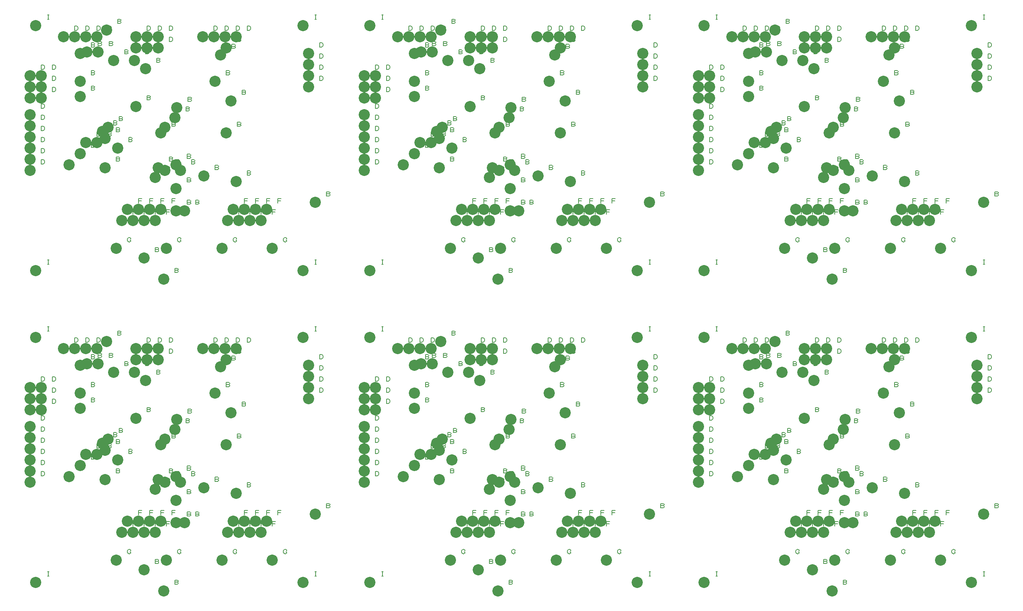
<source format=gbr>
%FSLAX23Y23*%
%MOIN*%
G04 EasyPC Gerber Version 14.0.2 Build 2922 *
%ADD115C,0.00500*%
%ADD114C,0.10000*%
X0Y0D02*
D02*
D114*
X229Y1175D03*
Y1275D03*
Y1375D03*
Y1475D03*
Y1575D03*
Y1675D03*
Y1825D03*
Y1925D03*
Y2025D03*
Y3975D03*
Y4075D03*
Y4175D03*
Y4275D03*
Y4375D03*
Y4475D03*
Y4625D03*
Y4725D03*
Y4825D03*
X279Y275D03*
Y2475D03*
Y3075D03*
Y5275D03*
X329Y1825D03*
Y1925D03*
Y2025D03*
Y4625D03*
Y4725D03*
Y4825D03*
X529Y2375D03*
Y5175D03*
X579Y1225D03*
Y4025D03*
X629Y2375D03*
Y5175D03*
X679Y1325D03*
Y1838D03*
Y1975D03*
Y2225D03*
Y4125D03*
Y4638D03*
Y4775D03*
Y5025D03*
X729Y1425D03*
Y2375D03*
Y4225D03*
Y5175D03*
X741Y2238D03*
Y5038D03*
X829Y1425D03*
Y2375D03*
Y4225D03*
Y5175D03*
X841Y2238D03*
Y5038D03*
X879Y1525D03*
Y4325D03*
X904Y1200D03*
Y1463D03*
Y4000D03*
Y4262D03*
X916Y2438D03*
Y5237D03*
X929Y1563D03*
Y4363D03*
X979Y2163D03*
Y4962D03*
X1004Y475D03*
Y3275D03*
X1016Y1375D03*
Y4175D03*
X1054Y725D03*
Y3525D03*
X1104Y825D03*
Y3625D03*
X1154Y725D03*
Y3525D03*
X1166Y2163D03*
Y4962D03*
X1179Y1750D03*
Y2275D03*
Y2375D03*
Y4550D03*
Y5075D03*
Y5175D03*
X1204Y825D03*
Y3625D03*
X1254Y388D03*
Y725D03*
Y3188D03*
Y3525D03*
X1266Y2088D03*
Y4888D03*
X1279Y2275D03*
Y2375D03*
Y5075D03*
Y5175D03*
X1304Y825D03*
Y3625D03*
X1354Y725D03*
Y1113D03*
Y3525D03*
Y3913D03*
X1379Y1200D03*
Y2275D03*
Y2375D03*
Y4000D03*
Y5075D03*
Y5175D03*
X1404Y825D03*
Y1513D03*
Y3625D03*
Y4313D03*
X1429Y200D03*
Y3000D03*
X1441Y1175D03*
Y1563D03*
Y3975D03*
Y4363D03*
X1454Y475D03*
Y3275D03*
X1529Y1650D03*
Y4450D03*
X1541Y813D03*
Y1013D03*
Y1225D03*
Y3613D03*
Y3813D03*
Y4025D03*
X1548Y1738D03*
Y4538D03*
X1579Y1175D03*
Y3975D03*
X1616Y813D03*
Y3613D03*
X1779Y2375D03*
Y5175D03*
X1791Y1125D03*
Y3925D03*
X1879Y2375D03*
Y5175D03*
X1891Y1975D03*
Y4775D03*
X1941Y2213D03*
Y5013D03*
X1954Y475D03*
Y3275D03*
X1979Y2375D03*
Y5175D03*
X1991Y1513D03*
Y2275D03*
Y4313D03*
Y5075D03*
X2004Y725D03*
Y3525D03*
X2034Y1800D03*
Y4599D03*
X2054Y825D03*
Y3625D03*
X2079Y1075D03*
Y2375D03*
Y3875D03*
Y5175D03*
X2104Y725D03*
Y3525D03*
X2154Y825D03*
Y3625D03*
X2204Y725D03*
Y3525D03*
X2254Y825D03*
Y3625D03*
X2304Y725D03*
Y3525D03*
X2354Y825D03*
Y3625D03*
X2404Y475D03*
Y3275D03*
X2679Y275D03*
Y2475D03*
Y3075D03*
Y5275D03*
X2729Y1925D03*
Y2025D03*
Y2125D03*
Y2225D03*
Y4725D03*
Y4825D03*
Y4925D03*
Y5025D03*
X2791Y888D03*
Y3688D03*
X3229Y1175D03*
Y1275D03*
Y1375D03*
Y1475D03*
Y1575D03*
Y1675D03*
Y1825D03*
Y1925D03*
Y2025D03*
Y3975D03*
Y4075D03*
Y4175D03*
Y4275D03*
Y4375D03*
Y4475D03*
Y4625D03*
Y4725D03*
Y4825D03*
X3279Y275D03*
Y2475D03*
Y3075D03*
Y5275D03*
X3329Y1825D03*
Y1925D03*
Y2025D03*
Y4625D03*
Y4725D03*
Y4825D03*
X3529Y2375D03*
Y5175D03*
X3579Y1225D03*
Y4025D03*
X3629Y2375D03*
Y5175D03*
X3679Y1325D03*
Y1838D03*
Y1975D03*
Y2225D03*
Y4125D03*
Y4638D03*
Y4775D03*
Y5025D03*
X3729Y1425D03*
Y2375D03*
Y4225D03*
Y5175D03*
X3741Y2238D03*
Y5038D03*
X3829Y1425D03*
Y2375D03*
Y4225D03*
Y5175D03*
X3841Y2238D03*
Y5038D03*
X3879Y1525D03*
Y4325D03*
X3904Y1200D03*
Y1463D03*
Y4000D03*
Y4262D03*
X3916Y2438D03*
Y5237D03*
X3929Y1563D03*
Y4363D03*
X3979Y2163D03*
Y4962D03*
X4004Y475D03*
Y3275D03*
X4016Y1375D03*
Y4175D03*
X4054Y725D03*
Y3525D03*
X4104Y825D03*
Y3625D03*
X4154Y725D03*
Y3525D03*
X4166Y2163D03*
Y4962D03*
X4179Y1750D03*
Y2275D03*
Y2375D03*
Y4550D03*
Y5075D03*
Y5175D03*
X4204Y825D03*
Y3625D03*
X4254Y388D03*
Y725D03*
Y3188D03*
Y3525D03*
X4266Y2088D03*
Y4888D03*
X4279Y2275D03*
Y2375D03*
Y5075D03*
Y5175D03*
X4304Y825D03*
Y3625D03*
X4354Y725D03*
Y1113D03*
Y3525D03*
Y3913D03*
X4379Y1200D03*
Y2275D03*
Y2375D03*
Y4000D03*
Y5075D03*
Y5175D03*
X4404Y825D03*
Y1513D03*
Y3625D03*
Y4313D03*
X4429Y200D03*
Y3000D03*
X4441Y1175D03*
Y1563D03*
Y3975D03*
Y4363D03*
X4454Y475D03*
Y3275D03*
X4529Y1650D03*
Y4450D03*
X4541Y813D03*
Y1013D03*
Y1225D03*
Y3613D03*
Y3813D03*
Y4025D03*
X4548Y1738D03*
Y4538D03*
X4579Y1175D03*
Y3975D03*
X4616Y813D03*
Y3613D03*
X4779Y2375D03*
Y5175D03*
X4791Y1125D03*
Y3925D03*
X4879Y2375D03*
Y5175D03*
X4891Y1975D03*
Y4775D03*
X4941Y2213D03*
Y5013D03*
X4954Y475D03*
Y3275D03*
X4979Y2375D03*
Y5175D03*
X4991Y1513D03*
Y2275D03*
Y4313D03*
Y5075D03*
X5004Y725D03*
Y3525D03*
X5034Y1800D03*
Y4599D03*
X5054Y825D03*
Y3625D03*
X5079Y1075D03*
Y2375D03*
Y3875D03*
Y5175D03*
X5104Y725D03*
Y3525D03*
X5154Y825D03*
Y3625D03*
X5204Y725D03*
Y3525D03*
X5254Y825D03*
Y3625D03*
X5304Y725D03*
Y3525D03*
X5354Y825D03*
Y3625D03*
X5404Y475D03*
Y3275D03*
X5679Y275D03*
Y2475D03*
Y3075D03*
Y5275D03*
X5729Y1925D03*
Y2025D03*
Y2125D03*
Y2225D03*
Y4725D03*
Y4825D03*
Y4925D03*
Y5025D03*
X5791Y888D03*
Y3688D03*
X6229Y1175D03*
Y1275D03*
Y1375D03*
Y1475D03*
Y1575D03*
Y1675D03*
Y1825D03*
Y1925D03*
Y2025D03*
Y3975D03*
Y4075D03*
Y4175D03*
Y4275D03*
Y4375D03*
Y4475D03*
Y4625D03*
Y4725D03*
Y4825D03*
X6279Y275D03*
Y2475D03*
Y3075D03*
Y5275D03*
X6329Y1825D03*
Y1925D03*
Y2025D03*
Y4625D03*
Y4725D03*
Y4825D03*
X6529Y2375D03*
Y5175D03*
X6579Y1225D03*
Y4025D03*
X6629Y2375D03*
Y5175D03*
X6679Y1325D03*
Y1838D03*
Y1975D03*
Y2225D03*
Y4125D03*
Y4638D03*
Y4775D03*
Y5025D03*
X6729Y1425D03*
Y2375D03*
Y4225D03*
Y5175D03*
X6741Y2238D03*
Y5038D03*
X6829Y1425D03*
Y2375D03*
Y4225D03*
Y5175D03*
X6841Y2238D03*
Y5038D03*
X6879Y1525D03*
Y4325D03*
X6904Y1200D03*
Y1463D03*
Y4000D03*
Y4262D03*
X6916Y2438D03*
Y5237D03*
X6929Y1563D03*
Y4363D03*
X6979Y2163D03*
Y4962D03*
X7004Y475D03*
Y3275D03*
X7016Y1375D03*
Y4175D03*
X7054Y725D03*
Y3525D03*
X7104Y825D03*
Y3625D03*
X7154Y725D03*
Y3525D03*
X7166Y2163D03*
Y4962D03*
X7179Y1750D03*
Y2275D03*
Y2375D03*
Y4550D03*
Y5075D03*
Y5175D03*
X7204Y825D03*
Y3625D03*
X7254Y388D03*
Y725D03*
Y3188D03*
Y3525D03*
X7266Y2088D03*
Y4888D03*
X7279Y2275D03*
Y2375D03*
Y5075D03*
Y5175D03*
X7304Y825D03*
Y3625D03*
X7354Y725D03*
Y1113D03*
Y3525D03*
Y3913D03*
X7379Y1200D03*
Y2275D03*
Y2375D03*
Y4000D03*
Y5075D03*
Y5175D03*
X7404Y825D03*
Y1513D03*
Y3625D03*
Y4313D03*
X7429Y200D03*
Y3000D03*
X7441Y1175D03*
Y1563D03*
Y3975D03*
Y4363D03*
X7454Y475D03*
Y3275D03*
X7529Y1650D03*
Y4450D03*
X7541Y813D03*
Y1013D03*
Y1225D03*
Y3613D03*
Y3813D03*
Y4025D03*
X7548Y1738D03*
Y4538D03*
X7579Y1175D03*
Y3975D03*
X7616Y813D03*
Y3613D03*
X7779Y2375D03*
Y5175D03*
X7791Y1125D03*
Y3925D03*
X7879Y2375D03*
Y5175D03*
X7891Y1975D03*
Y4775D03*
X7941Y2213D03*
Y5013D03*
X7954Y475D03*
Y3275D03*
X7979Y2375D03*
Y5175D03*
X7991Y1513D03*
Y2275D03*
Y4313D03*
Y5075D03*
X8004Y725D03*
Y3525D03*
X8034Y1800D03*
Y4599D03*
X8054Y825D03*
Y3625D03*
X8079Y1075D03*
Y2375D03*
Y3875D03*
Y5175D03*
X8104Y725D03*
Y3525D03*
X8154Y825D03*
Y3625D03*
X8204Y725D03*
Y3525D03*
X8254Y825D03*
Y3625D03*
X8304Y725D03*
Y3525D03*
X8354Y825D03*
Y3625D03*
X8404Y475D03*
Y3275D03*
X8679Y275D03*
Y2475D03*
Y3075D03*
Y5275D03*
X8729Y1925D03*
Y2025D03*
Y2125D03*
Y2225D03*
Y4725D03*
Y4825D03*
Y4925D03*
Y5025D03*
X8791Y888D03*
Y3688D03*
D02*
D115*
X329Y1234D02*
Y1272D01*
X348*
X354Y1269*
X357Y1266*
X360Y1259*
Y1247*
X357Y1241*
X354Y1238*
X348Y1234*
X329*
Y1334D02*
Y1372D01*
X348*
X354Y1369*
X357Y1366*
X360Y1359*
Y1347*
X357Y1341*
X354Y1338*
X348Y1334*
X329*
Y1434D02*
Y1472D01*
X348*
X354Y1469*
X357Y1466*
X360Y1459*
Y1447*
X357Y1441*
X354Y1438*
X348Y1434*
X329*
Y1534D02*
Y1572D01*
X348*
X354Y1569*
X357Y1566*
X360Y1559*
Y1547*
X357Y1541*
X354Y1538*
X348Y1534*
X329*
Y1634D02*
Y1672D01*
X348*
X354Y1669*
X357Y1666*
X360Y1659*
Y1647*
X357Y1641*
X354Y1638*
X348Y1634*
X329*
Y1734D02*
Y1772D01*
X348*
X354Y1769*
X357Y1766*
X360Y1759*
Y1747*
X357Y1741*
X354Y1738*
X348Y1734*
X329*
Y1884D02*
Y1922D01*
X348*
X354Y1919*
X357Y1916*
X360Y1909*
Y1897*
X357Y1891*
X354Y1888*
X348Y1884*
X329*
Y1984D02*
Y2022D01*
X348*
X354Y2019*
X357Y2016*
X360Y2009*
Y1997*
X357Y1991*
X354Y1988*
X348Y1984*
X329*
Y2084D02*
Y2122D01*
X348*
X354Y2119*
X357Y2116*
X360Y2109*
Y2097*
X357Y2091*
X354Y2088*
X348Y2084*
X329*
Y4034D02*
Y4072D01*
X348*
X354Y4069*
X357Y4066*
X360Y4059*
Y4047*
X357Y4041*
X354Y4038*
X348Y4034*
X329*
Y4134D02*
Y4172D01*
X348*
X354Y4169*
X357Y4166*
X360Y4159*
Y4147*
X357Y4141*
X354Y4138*
X348Y4134*
X329*
Y4234D02*
Y4272D01*
X348*
X354Y4269*
X357Y4266*
X360Y4259*
Y4247*
X357Y4241*
X354Y4238*
X348Y4234*
X329*
Y4334D02*
Y4372D01*
X348*
X354Y4369*
X357Y4366*
X360Y4359*
Y4347*
X357Y4341*
X354Y4338*
X348Y4334*
X329*
Y4434D02*
Y4472D01*
X348*
X354Y4469*
X357Y4466*
X360Y4459*
Y4447*
X357Y4441*
X354Y4438*
X348Y4434*
X329*
Y4534D02*
Y4572D01*
X348*
X354Y4569*
X357Y4566*
X360Y4559*
Y4547*
X357Y4541*
X354Y4538*
X348Y4534*
X329*
Y4684D02*
Y4722D01*
X348*
X354Y4719*
X357Y4716*
X360Y4709*
Y4697*
X357Y4691*
X354Y4688*
X348Y4684*
X329*
Y4784D02*
Y4822D01*
X348*
X354Y4819*
X357Y4816*
X360Y4809*
Y4797*
X357Y4791*
X354Y4788*
X348Y4784*
X329*
Y4884D02*
Y4922D01*
X348*
X354Y4919*
X357Y4916*
X360Y4909*
Y4897*
X357Y4891*
X354Y4888*
X348Y4884*
X329*
X388Y334D02*
X401D01*
X394D02*
Y372D01*
X388D02*
X401D01*
X388Y2534D02*
X401D01*
X394D02*
Y2572D01*
X388D02*
X401D01*
X388Y3134D02*
X401D01*
X394D02*
Y3172D01*
X388D02*
X401D01*
X388Y5334D02*
X401D01*
X394D02*
Y5372D01*
X388D02*
X401D01*
X429Y1884D02*
Y1922D01*
X448*
X454Y1919*
X457Y1916*
X460Y1909*
Y1897*
X457Y1891*
X454Y1888*
X448Y1884*
X429*
Y1984D02*
Y2022D01*
X448*
X454Y2019*
X457Y2016*
X460Y2009*
Y1997*
X457Y1991*
X454Y1988*
X448Y1984*
X429*
Y2084D02*
Y2122D01*
X448*
X454Y2119*
X457Y2116*
X460Y2109*
Y2097*
X457Y2091*
X454Y2088*
X448Y2084*
X429*
Y4684D02*
Y4722D01*
X448*
X454Y4719*
X457Y4716*
X460Y4709*
Y4697*
X457Y4691*
X454Y4688*
X448Y4684*
X429*
Y4784D02*
Y4822D01*
X448*
X454Y4819*
X457Y4816*
X460Y4809*
Y4797*
X457Y4791*
X454Y4788*
X448Y4784*
X429*
Y4884D02*
Y4922D01*
X448*
X454Y4919*
X457Y4916*
X460Y4909*
Y4897*
X457Y4891*
X454Y4888*
X448Y4884*
X429*
X629Y2434D02*
Y2472D01*
X648*
X654Y2469*
X657Y2466*
X660Y2459*
Y2447*
X657Y2441*
X654Y2438*
X648Y2434*
X629*
Y5234D02*
Y5272D01*
X648*
X654Y5269*
X657Y5266*
X660Y5259*
Y5247*
X657Y5241*
X654Y5238*
X648Y5234*
X629*
X701Y1303D02*
X707Y1300D01*
X710Y1294*
X707Y1288*
X701Y1284*
X679*
Y1322*
X701*
X707Y1319*
X710Y1313*
X707Y1306*
X701Y1303*
X679*
X701Y4103D02*
X707Y4100D01*
X710Y4094*
X707Y4088*
X701Y4084*
X679*
Y4122*
X701*
X707Y4119*
X710Y4113*
X707Y4106*
X701Y4103*
X679*
X729Y2434D02*
Y2472D01*
X748*
X754Y2469*
X757Y2466*
X760Y2459*
Y2447*
X757Y2441*
X754Y2438*
X748Y2434*
X729*
Y5234D02*
Y5272D01*
X748*
X754Y5269*
X757Y5266*
X760Y5259*
Y5247*
X757Y5241*
X754Y5238*
X748Y5234*
X729*
X801Y1403D02*
X807Y1400D01*
X810Y1394*
X807Y1388*
X801Y1384*
X779*
Y1422*
X801*
X807Y1419*
X810Y1413*
X807Y1406*
X801Y1403*
X779*
X801Y1916D02*
X807Y1913D01*
X810Y1906*
X807Y1900*
X801Y1897*
X779*
Y1934*
X801*
X807Y1931*
X810Y1925*
X807Y1919*
X801Y1916*
X779*
X801Y2053D02*
X807Y2050D01*
X810Y2044*
X807Y2038*
X801Y2034*
X779*
Y2072*
X801*
X807Y2069*
X810Y2063*
X807Y2056*
X801Y2053*
X779*
X801Y2303D02*
X807Y2300D01*
X810Y2294*
X807Y2288*
X801Y2284*
X779*
Y2322*
X801*
X807Y2319*
X810Y2313*
X807Y2306*
X801Y2303*
X779*
X801Y4203D02*
X807Y4200D01*
X810Y4194*
X807Y4188*
X801Y4184*
X779*
Y4222*
X801*
X807Y4219*
X810Y4213*
X807Y4206*
X801Y4203*
X779*
X801Y4716D02*
X807Y4713D01*
X810Y4706*
X807Y4700*
X801Y4697*
X779*
Y4734*
X801*
X807Y4731*
X810Y4725*
X807Y4719*
X801Y4716*
X779*
X801Y4853D02*
X807Y4850D01*
X810Y4844*
X807Y4838*
X801Y4834*
X779*
Y4872*
X801*
X807Y4869*
X810Y4863*
X807Y4856*
X801Y4853*
X779*
X801Y5103D02*
X807Y5100D01*
X810Y5094*
X807Y5088*
X801Y5084*
X779*
Y5122*
X801*
X807Y5119*
X810Y5113*
X807Y5106*
X801Y5103*
X779*
X851Y1503D02*
X857Y1500D01*
X860Y1494*
X857Y1488*
X851Y1484*
X829*
Y1522*
X851*
X857Y1519*
X860Y1513*
X857Y1506*
X851Y1503*
X829*
Y2434D02*
Y2472D01*
X848*
X854Y2469*
X857Y2466*
X860Y2459*
Y2447*
X857Y2441*
X854Y2438*
X848Y2434*
X829*
X851Y4303D02*
X857Y4300D01*
X860Y4294*
X857Y4288*
X851Y4284*
X829*
Y4322*
X851*
X857Y4319*
X860Y4313*
X857Y4306*
X851Y4303*
X829*
Y5234D02*
Y5272D01*
X848*
X854Y5269*
X857Y5266*
X860Y5259*
Y5247*
X857Y5241*
X854Y5238*
X848Y5234*
X829*
X863Y2316D02*
X869Y2313D01*
X873Y2306*
X869Y2300*
X863Y2297*
X841*
Y2334*
X863*
X869Y2331*
X873Y2325*
X869Y2319*
X863Y2316*
X841*
X863Y5116D02*
X869Y5113D01*
X873Y5106*
X869Y5100*
X863Y5097*
X841*
Y5134*
X863*
X869Y5131*
X873Y5125*
X869Y5119*
X863Y5116*
X841*
X951Y1503D02*
X957Y1500D01*
X960Y1494*
X957Y1488*
X951Y1484*
X929*
Y1522*
X951*
X957Y1519*
X960Y1513*
X957Y1506*
X951Y1503*
X929*
Y2434D02*
Y2472D01*
X948*
X954Y2469*
X957Y2466*
X960Y2459*
Y2447*
X957Y2441*
X954Y2438*
X948Y2434*
X929*
X951Y4303D02*
X957Y4300D01*
X960Y4294*
X957Y4288*
X951Y4284*
X929*
Y4322*
X951*
X957Y4319*
X960Y4313*
X957Y4306*
X951Y4303*
X929*
Y5234D02*
Y5272D01*
X948*
X954Y5269*
X957Y5266*
X960Y5259*
Y5247*
X957Y5241*
X954Y5238*
X948Y5234*
X929*
X963Y2316D02*
X969Y2313D01*
X973Y2306*
X969Y2300*
X963Y2297*
X941*
Y2334*
X963*
X969Y2331*
X973Y2325*
X969Y2319*
X963Y2316*
X941*
X963Y5116D02*
X969Y5113D01*
X973Y5106*
X969Y5100*
X963Y5097*
X941*
Y5134*
X963*
X969Y5131*
X973Y5125*
X969Y5119*
X963Y5116*
X941*
X1001Y1603D02*
X1007Y1600D01*
X1010Y1594*
X1007Y1588*
X1001Y1584*
X979*
Y1622*
X1001*
X1007Y1619*
X1010Y1613*
X1007Y1606*
X1001Y1603*
X979*
X1001Y4403D02*
X1007Y4400D01*
X1010Y4394*
X1007Y4388*
X1001Y4384*
X979*
Y4422*
X1001*
X1007Y4419*
X1010Y4413*
X1007Y4406*
X1001Y4403*
X979*
X1026Y1278D02*
X1032Y1275D01*
X1035Y1269*
X1032Y1263*
X1026Y1259*
X1004*
Y1297*
X1026*
X1032Y1294*
X1035Y1288*
X1032Y1281*
X1026Y1278*
X1004*
X1026Y1541D02*
X1032Y1538D01*
X1035Y1531*
X1032Y1525*
X1026Y1522*
X1004*
Y1559*
X1026*
X1032Y1556*
X1035Y1550*
X1032Y1544*
X1026Y1541*
X1004*
X1026Y4078D02*
X1032Y4075D01*
X1035Y4069*
X1032Y4063*
X1026Y4059*
X1004*
Y4097*
X1026*
X1032Y4094*
X1035Y4088*
X1032Y4081*
X1026Y4078*
X1004*
X1026Y4341D02*
X1032Y4337D01*
X1035Y4331*
X1032Y4325*
X1026Y4322*
X1004*
Y4359*
X1026*
X1032Y4356*
X1035Y4350*
X1032Y4344*
X1026Y4341*
X1004*
X1038Y2516D02*
X1044Y2513D01*
X1048Y2506*
X1044Y2500*
X1038Y2497*
X1016*
Y2534*
X1038*
X1044Y2531*
X1048Y2525*
X1044Y2519*
X1038Y2516*
X1016*
X1038Y5316D02*
X1044Y5312D01*
X1048Y5306*
X1044Y5300*
X1038Y5297*
X1016*
Y5334*
X1038*
X1044Y5331*
X1048Y5325*
X1044Y5319*
X1038Y5316*
X1016*
X1051Y1641D02*
X1057Y1638D01*
X1060Y1631*
X1057Y1625*
X1051Y1622*
X1029*
Y1659*
X1051*
X1057Y1656*
X1060Y1650*
X1057Y1644*
X1051Y1641*
X1029*
X1051Y4441D02*
X1057Y4438D01*
X1060Y4431*
X1057Y4425*
X1051Y4422*
X1029*
Y4459*
X1051*
X1057Y4456*
X1060Y4450*
X1057Y4444*
X1051Y4441*
X1029*
X1101Y2241D02*
X1107Y2238D01*
X1110Y2231*
X1107Y2225*
X1101Y2222*
X1079*
Y2259*
X1101*
X1107Y2256*
X1110Y2250*
X1107Y2244*
X1101Y2241*
X1079*
X1101Y5041D02*
X1107Y5037D01*
X1110Y5031*
X1107Y5025*
X1101Y5022*
X1079*
Y5059*
X1101*
X1107Y5056*
X1110Y5050*
X1107Y5044*
X1101Y5041*
X1079*
X1126Y550D02*
X1135D01*
Y547*
X1132Y541*
X1129Y538*
X1123Y534*
X1116*
X1110Y538*
X1107Y541*
X1104Y547*
Y559*
X1107Y566*
X1110Y569*
X1116Y572*
X1123*
X1129Y569*
X1132Y566*
X1135Y559*
X1126Y3350D02*
X1135D01*
Y3347*
X1132Y3341*
X1129Y3338*
X1123Y3334*
X1116*
X1110Y3338*
X1107Y3341*
X1104Y3347*
Y3359*
X1107Y3366*
X1110Y3369*
X1116Y3372*
X1123*
X1129Y3369*
X1132Y3366*
X1135Y3359*
X1138Y1453D02*
X1144Y1450D01*
X1148Y1444*
X1144Y1438*
X1138Y1434*
X1116*
Y1472*
X1138*
X1144Y1469*
X1148Y1463*
X1144Y1456*
X1138Y1453*
X1116*
X1138Y4253D02*
X1144Y4250D01*
X1148Y4244*
X1144Y4238*
X1138Y4234*
X1116*
Y4272*
X1138*
X1144Y4269*
X1148Y4263*
X1144Y4256*
X1138Y4253*
X1116*
X1154Y784D02*
Y822D01*
X1185*
X1179Y803D02*
X1154D01*
Y3584D02*
Y3622D01*
X1185*
X1179Y3603D02*
X1154D01*
X1204Y884D02*
Y922D01*
X1235*
X1229Y903D02*
X1204D01*
Y3684D02*
Y3722D01*
X1235*
X1229Y3703D02*
X1204D01*
X1254Y784D02*
Y822D01*
X1285*
X1279Y803D02*
X1254D01*
Y3584D02*
Y3622D01*
X1285*
X1279Y3603D02*
X1254D01*
X1288Y2241D02*
X1294Y2238D01*
X1298Y2231*
X1294Y2225*
X1288Y2222*
X1266*
Y2259*
X1288*
X1294Y2256*
X1298Y2250*
X1294Y2244*
X1288Y2241*
X1266*
X1288Y5041D02*
X1294Y5037D01*
X1298Y5031*
X1294Y5025*
X1288Y5022*
X1266*
Y5059*
X1288*
X1294Y5056*
X1298Y5050*
X1294Y5044*
X1288Y5041*
X1266*
X1301Y1828D02*
X1307Y1825D01*
X1310Y1819*
X1307Y1813*
X1301Y1809*
X1279*
Y1847*
X1301*
X1307Y1844*
X1310Y1838*
X1307Y1831*
X1301Y1828*
X1279*
Y2334D02*
Y2372D01*
X1298*
X1304Y2369*
X1307Y2366*
X1310Y2359*
Y2347*
X1307Y2341*
X1304Y2338*
X1298Y2334*
X1279*
Y2434D02*
Y2472D01*
X1298*
X1304Y2469*
X1307Y2466*
X1310Y2459*
Y2447*
X1307Y2441*
X1304Y2438*
X1298Y2434*
X1279*
X1301Y4628D02*
X1307Y4625D01*
X1310Y4619*
X1307Y4613*
X1301Y4609*
X1279*
Y4647*
X1301*
X1307Y4644*
X1310Y4638*
X1307Y4631*
X1301Y4628*
X1279*
Y5134D02*
Y5172D01*
X1298*
X1304Y5169*
X1307Y5166*
X1310Y5159*
Y5147*
X1307Y5141*
X1304Y5138*
X1298Y5134*
X1279*
Y5234D02*
Y5272D01*
X1298*
X1304Y5269*
X1307Y5266*
X1310Y5259*
Y5247*
X1307Y5241*
X1304Y5238*
X1298Y5234*
X1279*
X1304Y884D02*
Y922D01*
X1335*
X1329Y903D02*
X1304D01*
Y3684D02*
Y3722D01*
X1335*
X1329Y3703D02*
X1304D01*
X1376Y466D02*
X1382Y463D01*
X1385Y456*
X1382Y450*
X1376Y447*
X1354*
Y484*
X1376*
X1382Y481*
X1385Y475*
X1382Y469*
X1376Y466*
X1354*
Y784D02*
Y822D01*
X1385*
X1379Y803D02*
X1354D01*
X1376Y3266D02*
X1382Y3263D01*
X1385Y3256*
X1382Y3250*
X1376Y3247*
X1354*
Y3284*
X1376*
X1382Y3281*
X1385Y3275*
X1382Y3269*
X1376Y3266*
X1354*
Y3584D02*
Y3622D01*
X1385*
X1379Y3603D02*
X1354D01*
X1388Y2166D02*
X1394Y2163D01*
X1398Y2156*
X1394Y2150*
X1388Y2147*
X1366*
Y2184*
X1388*
X1394Y2181*
X1398Y2175*
X1394Y2169*
X1388Y2166*
X1366*
X1388Y4966D02*
X1394Y4963D01*
X1398Y4956*
X1394Y4950*
X1388Y4947*
X1366*
Y4984*
X1388*
X1394Y4981*
X1398Y4975*
X1394Y4969*
X1388Y4966*
X1366*
X1379Y2334D02*
Y2372D01*
X1398*
X1404Y2369*
X1407Y2366*
X1410Y2359*
Y2347*
X1407Y2341*
X1404Y2338*
X1398Y2334*
X1379*
Y2434D02*
Y2472D01*
X1398*
X1404Y2469*
X1407Y2466*
X1410Y2459*
Y2447*
X1407Y2441*
X1404Y2438*
X1398Y2434*
X1379*
Y5134D02*
Y5172D01*
X1398*
X1404Y5169*
X1407Y5166*
X1410Y5159*
Y5147*
X1407Y5141*
X1404Y5138*
X1398Y5134*
X1379*
Y5234D02*
Y5272D01*
X1398*
X1404Y5269*
X1407Y5266*
X1410Y5259*
Y5247*
X1407Y5241*
X1404Y5238*
X1398Y5234*
X1379*
X1404Y884D02*
Y922D01*
X1435*
X1429Y903D02*
X1404D01*
Y3684D02*
Y3722D01*
X1435*
X1429Y3703D02*
X1404D01*
X1454Y784D02*
Y822D01*
X1485*
X1479Y803D02*
X1454D01*
X1476Y1191D02*
X1482Y1188D01*
X1485Y1181*
X1482Y1175*
X1476Y1172*
X1454*
Y1209*
X1476*
X1482Y1206*
X1485Y1200*
X1482Y1194*
X1476Y1191*
X1454*
Y3584D02*
Y3622D01*
X1485*
X1479Y3603D02*
X1454D01*
X1476Y3991D02*
X1482Y3988D01*
X1485Y3981*
X1482Y3975*
X1476Y3972*
X1454*
Y4009*
X1476*
X1482Y4006*
X1485Y4000*
X1482Y3994*
X1476Y3991*
X1454*
X1501Y1278D02*
X1507Y1275D01*
X1510Y1269*
X1507Y1263*
X1501Y1259*
X1479*
Y1297*
X1501*
X1507Y1294*
X1510Y1288*
X1507Y1281*
X1501Y1278*
X1479*
Y2334D02*
Y2372D01*
X1498*
X1504Y2369*
X1507Y2366*
X1510Y2359*
Y2347*
X1507Y2341*
X1504Y2338*
X1498Y2334*
X1479*
Y2434D02*
Y2472D01*
X1498*
X1504Y2469*
X1507Y2466*
X1510Y2459*
Y2447*
X1507Y2441*
X1504Y2438*
X1498Y2434*
X1479*
X1501Y4078D02*
X1507Y4075D01*
X1510Y4069*
X1507Y4063*
X1501Y4059*
X1479*
Y4097*
X1501*
X1507Y4094*
X1510Y4088*
X1507Y4081*
X1501Y4078*
X1479*
Y5134D02*
Y5172D01*
X1498*
X1504Y5169*
X1507Y5166*
X1510Y5159*
Y5147*
X1507Y5141*
X1504Y5138*
X1498Y5134*
X1479*
Y5234D02*
Y5272D01*
X1498*
X1504Y5269*
X1507Y5266*
X1510Y5259*
Y5247*
X1507Y5241*
X1504Y5238*
X1498Y5234*
X1479*
X1504Y884D02*
Y922D01*
X1535*
X1529Y903D02*
X1504D01*
X1526Y1591D02*
X1532Y1588D01*
X1535Y1581*
X1532Y1575*
X1526Y1572*
X1504*
Y1609*
X1526*
X1532Y1606*
X1535Y1600*
X1532Y1594*
X1526Y1591*
X1504*
Y3684D02*
Y3722D01*
X1535*
X1529Y3703D02*
X1504D01*
X1526Y4391D02*
X1532Y4388D01*
X1535Y4381*
X1532Y4375*
X1526Y4372*
X1504*
Y4409*
X1526*
X1532Y4406*
X1535Y4400*
X1532Y4394*
X1526Y4391*
X1504*
X1551Y278D02*
X1557Y275D01*
X1560Y269*
X1557Y263*
X1551Y259*
X1529*
Y297*
X1551*
X1557Y294*
X1560Y288*
X1557Y281*
X1551Y278*
X1529*
X1551Y3078D02*
X1557Y3075D01*
X1560Y3069*
X1557Y3063*
X1551Y3059*
X1529*
Y3097*
X1551*
X1557Y3094*
X1560Y3088*
X1557Y3081*
X1551Y3078*
X1529*
X1563Y1253D02*
X1569Y1250D01*
X1573Y1244*
X1569Y1238*
X1563Y1234*
X1541*
Y1272*
X1563*
X1569Y1269*
X1573Y1263*
X1569Y1256*
X1563Y1253*
X1541*
X1563Y1641D02*
X1569Y1638D01*
X1573Y1631*
X1569Y1625*
X1563Y1622*
X1541*
Y1659*
X1563*
X1569Y1656*
X1573Y1650*
X1569Y1644*
X1563Y1641*
X1541*
X1563Y4053D02*
X1569Y4050D01*
X1573Y4044*
X1569Y4038*
X1563Y4034*
X1541*
Y4072*
X1563*
X1569Y4069*
X1573Y4063*
X1569Y4056*
X1563Y4053*
X1541*
X1563Y4441D02*
X1569Y4438D01*
X1573Y4431*
X1569Y4425*
X1563Y4422*
X1541*
Y4459*
X1563*
X1569Y4456*
X1573Y4450*
X1569Y4444*
X1563Y4441*
X1541*
X1576Y550D02*
X1585D01*
Y547*
X1582Y541*
X1579Y538*
X1573Y534*
X1566*
X1560Y538*
X1557Y541*
X1554Y547*
Y559*
X1557Y566*
X1560Y569*
X1566Y572*
X1573*
X1579Y569*
X1582Y566*
X1585Y559*
X1576Y3350D02*
X1585D01*
Y3347*
X1582Y3341*
X1579Y3338*
X1573Y3334*
X1566*
X1560Y3338*
X1557Y3341*
X1554Y3347*
Y3359*
X1557Y3366*
X1560Y3369*
X1566Y3372*
X1573*
X1579Y3369*
X1582Y3366*
X1585Y3359*
X1651Y1728D02*
X1657Y1725D01*
X1660Y1719*
X1657Y1713*
X1651Y1709*
X1629*
Y1747*
X1651*
X1657Y1744*
X1660Y1738*
X1657Y1731*
X1651Y1728*
X1629*
X1651Y4528D02*
X1657Y4525D01*
X1660Y4519*
X1657Y4513*
X1651Y4509*
X1629*
Y4547*
X1651*
X1657Y4544*
X1660Y4538*
X1657Y4531*
X1651Y4528*
X1629*
X1663Y891D02*
X1669Y888D01*
X1673Y881*
X1669Y875*
X1663Y872*
X1641*
Y909*
X1663*
X1669Y906*
X1673Y900*
X1669Y894*
X1663Y891*
X1641*
X1663Y1091D02*
X1669Y1088D01*
X1673Y1081*
X1669Y1075*
X1663Y1072*
X1641*
Y1109*
X1663*
X1669Y1106*
X1673Y1100*
X1669Y1094*
X1663Y1091*
X1641*
X1663Y1303D02*
X1669Y1300D01*
X1673Y1294*
X1669Y1288*
X1663Y1284*
X1641*
Y1322*
X1663*
X1669Y1319*
X1673Y1313*
X1669Y1306*
X1663Y1303*
X1641*
X1663Y3691D02*
X1669Y3688D01*
X1673Y3681*
X1669Y3675*
X1663Y3672*
X1641*
Y3709*
X1663*
X1669Y3706*
X1673Y3700*
X1669Y3694*
X1663Y3691*
X1641*
X1663Y3891D02*
X1669Y3888D01*
X1673Y3881*
X1669Y3875*
X1663Y3872*
X1641*
Y3909*
X1663*
X1669Y3906*
X1673Y3900*
X1669Y3894*
X1663Y3891*
X1641*
X1663Y4103D02*
X1669Y4100D01*
X1673Y4094*
X1669Y4088*
X1663Y4084*
X1641*
Y4122*
X1663*
X1669Y4119*
X1673Y4113*
X1669Y4106*
X1663Y4103*
X1641*
X1670Y1816D02*
X1676Y1813D01*
X1679Y1806*
X1676Y1800*
X1670Y1797*
X1648*
Y1834*
X1670*
X1676Y1831*
X1679Y1825*
X1676Y1819*
X1670Y1816*
X1648*
X1670Y4616D02*
X1676Y4613D01*
X1679Y4606*
X1676Y4600*
X1670Y4597*
X1648*
Y4634*
X1670*
X1676Y4631*
X1679Y4625*
X1676Y4619*
X1670Y4616*
X1648*
X1701Y1253D02*
X1707Y1250D01*
X1710Y1244*
X1707Y1238*
X1701Y1234*
X1679*
Y1272*
X1701*
X1707Y1269*
X1710Y1263*
X1707Y1256*
X1701Y1253*
X1679*
X1701Y4053D02*
X1707Y4050D01*
X1710Y4044*
X1707Y4038*
X1701Y4034*
X1679*
Y4072*
X1701*
X1707Y4069*
X1710Y4063*
X1707Y4056*
X1701Y4053*
X1679*
X1738Y891D02*
X1744Y888D01*
X1748Y881*
X1744Y875*
X1738Y872*
X1716*
Y909*
X1738*
X1744Y906*
X1748Y900*
X1744Y894*
X1738Y891*
X1716*
X1738Y3691D02*
X1744Y3688D01*
X1748Y3681*
X1744Y3675*
X1738Y3672*
X1716*
Y3709*
X1738*
X1744Y3706*
X1748Y3700*
X1744Y3694*
X1738Y3691*
X1716*
X1879Y2434D02*
Y2472D01*
X1898*
X1904Y2469*
X1907Y2466*
X1910Y2459*
Y2447*
X1907Y2441*
X1904Y2438*
X1898Y2434*
X1879*
Y5234D02*
Y5272D01*
X1898*
X1904Y5269*
X1907Y5266*
X1910Y5259*
Y5247*
X1907Y5241*
X1904Y5238*
X1898Y5234*
X1879*
X1913Y1203D02*
X1919Y1200D01*
X1923Y1194*
X1919Y1188*
X1913Y1184*
X1891*
Y1222*
X1913*
X1919Y1219*
X1923Y1213*
X1919Y1206*
X1913Y1203*
X1891*
X1913Y4003D02*
X1919Y4000D01*
X1923Y3994*
X1919Y3988*
X1913Y3984*
X1891*
Y4022*
X1913*
X1919Y4019*
X1923Y4013*
X1919Y4006*
X1913Y4003*
X1891*
X1979Y2434D02*
Y2472D01*
X1998*
X2004Y2469*
X2007Y2466*
X2010Y2459*
Y2447*
X2007Y2441*
X2004Y2438*
X1998Y2434*
X1979*
Y5234D02*
Y5272D01*
X1998*
X2004Y5269*
X2007Y5266*
X2010Y5259*
Y5247*
X2007Y5241*
X2004Y5238*
X1998Y5234*
X1979*
X2013Y2053D02*
X2019Y2050D01*
X2023Y2044*
X2019Y2038*
X2013Y2034*
X1991*
Y2072*
X2013*
X2019Y2069*
X2023Y2063*
X2019Y2056*
X2013Y2053*
X1991*
X2013Y4853D02*
X2019Y4850D01*
X2023Y4844*
X2019Y4838*
X2013Y4834*
X1991*
Y4872*
X2013*
X2019Y4869*
X2023Y4863*
X2019Y4856*
X2013Y4853*
X1991*
X2063Y2291D02*
X2069Y2288D01*
X2073Y2281*
X2069Y2275*
X2063Y2272*
X2041*
Y2309*
X2063*
X2069Y2306*
X2073Y2300*
X2069Y2294*
X2063Y2291*
X2041*
X2063Y5091D02*
X2069Y5088D01*
X2073Y5081*
X2069Y5075*
X2063Y5072*
X2041*
Y5109*
X2063*
X2069Y5106*
X2073Y5100*
X2069Y5094*
X2063Y5091*
X2041*
X2076Y550D02*
X2085D01*
Y547*
X2082Y541*
X2079Y538*
X2073Y534*
X2066*
X2060Y538*
X2057Y541*
X2054Y547*
Y559*
X2057Y566*
X2060Y569*
X2066Y572*
X2073*
X2079Y569*
X2082Y566*
X2085Y559*
X2076Y3350D02*
X2085D01*
Y3347*
X2082Y3341*
X2079Y3338*
X2073Y3334*
X2066*
X2060Y3338*
X2057Y3341*
X2054Y3347*
Y3359*
X2057Y3366*
X2060Y3369*
X2066Y3372*
X2073*
X2079Y3369*
X2082Y3366*
X2085Y3359*
X2079Y2434D02*
Y2472D01*
X2098*
X2104Y2469*
X2107Y2466*
X2110Y2459*
Y2447*
X2107Y2441*
X2104Y2438*
X2098Y2434*
X2079*
Y5234D02*
Y5272D01*
X2098*
X2104Y5269*
X2107Y5266*
X2110Y5259*
Y5247*
X2107Y5241*
X2104Y5238*
X2098Y5234*
X2079*
X2113Y1591D02*
X2119Y1588D01*
X2123Y1581*
X2119Y1575*
X2113Y1572*
X2091*
Y1609*
X2113*
X2119Y1606*
X2123Y1600*
X2119Y1594*
X2113Y1591*
X2091*
X2113Y2353D02*
X2119Y2350D01*
X2123Y2344*
X2119Y2338*
X2113Y2334*
X2091*
Y2372*
X2113*
X2119Y2369*
X2123Y2363*
X2119Y2356*
X2113Y2353*
X2091*
X2113Y4391D02*
X2119Y4388D01*
X2123Y4381*
X2119Y4375*
X2113Y4372*
X2091*
Y4409*
X2113*
X2119Y4406*
X2123Y4400*
X2119Y4394*
X2113Y4391*
X2091*
X2113Y5153D02*
X2119Y5150D01*
X2123Y5144*
X2119Y5138*
X2113Y5134*
X2091*
Y5172*
X2113*
X2119Y5169*
X2123Y5163*
X2119Y5156*
X2113Y5153*
X2091*
X2104Y784D02*
Y822D01*
X2135*
X2129Y803D02*
X2104D01*
Y3584D02*
Y3622D01*
X2135*
X2129Y3603D02*
X2104D01*
X2156Y1878D02*
X2162Y1875D01*
X2165Y1868*
X2162Y1862*
X2156Y1859*
X2134*
Y1896*
X2156*
X2162Y1893*
X2165Y1887*
X2162Y1881*
X2156Y1878*
X2134*
X2156Y4678D02*
X2162Y4674D01*
X2165Y4668*
X2162Y4662*
X2156Y4659*
X2134*
Y4696*
X2156*
X2162Y4693*
X2165Y4687*
X2162Y4681*
X2156Y4678*
X2134*
X2154Y884D02*
Y922D01*
X2185*
X2179Y903D02*
X2154D01*
Y3684D02*
Y3722D01*
X2185*
X2179Y3703D02*
X2154D01*
X2201Y1153D02*
X2207Y1150D01*
X2210Y1144*
X2207Y1138*
X2201Y1134*
X2179*
Y1172*
X2201*
X2207Y1169*
X2210Y1163*
X2207Y1156*
X2201Y1153*
X2179*
Y2434D02*
Y2472D01*
X2198*
X2204Y2469*
X2207Y2466*
X2210Y2459*
Y2447*
X2207Y2441*
X2204Y2438*
X2198Y2434*
X2179*
X2201Y3953D02*
X2207Y3950D01*
X2210Y3944*
X2207Y3938*
X2201Y3934*
X2179*
Y3972*
X2201*
X2207Y3969*
X2210Y3963*
X2207Y3956*
X2201Y3953*
X2179*
Y5234D02*
Y5272D01*
X2198*
X2204Y5269*
X2207Y5266*
X2210Y5259*
Y5247*
X2207Y5241*
X2204Y5238*
X2198Y5234*
X2179*
X2204Y784D02*
Y822D01*
X2235*
X2229Y803D02*
X2204D01*
Y3584D02*
Y3622D01*
X2235*
X2229Y3603D02*
X2204D01*
X2254Y884D02*
Y922D01*
X2285*
X2279Y903D02*
X2254D01*
Y3684D02*
Y3722D01*
X2285*
X2279Y3703D02*
X2254D01*
X2304Y784D02*
Y822D01*
X2335*
X2329Y803D02*
X2304D01*
Y3584D02*
Y3622D01*
X2335*
X2329Y3603D02*
X2304D01*
X2354Y884D02*
Y922D01*
X2385*
X2379Y903D02*
X2354D01*
Y3684D02*
Y3722D01*
X2385*
X2379Y3703D02*
X2354D01*
X2404Y784D02*
Y822D01*
X2435*
X2429Y803D02*
X2404D01*
Y3584D02*
Y3622D01*
X2435*
X2429Y3603D02*
X2404D01*
X2454Y884D02*
Y922D01*
X2485*
X2479Y903D02*
X2454D01*
Y3684D02*
Y3722D01*
X2485*
X2479Y3703D02*
X2454D01*
X2526Y550D02*
X2535D01*
Y547*
X2532Y541*
X2529Y538*
X2523Y534*
X2516*
X2510Y538*
X2507Y541*
X2504Y547*
Y559*
X2507Y566*
X2510Y569*
X2516Y572*
X2523*
X2529Y569*
X2532Y566*
X2535Y559*
X2526Y3350D02*
X2535D01*
Y3347*
X2532Y3341*
X2529Y3338*
X2523Y3334*
X2516*
X2510Y3338*
X2507Y3341*
X2504Y3347*
Y3359*
X2507Y3366*
X2510Y3369*
X2516Y3372*
X2523*
X2529Y3369*
X2532Y3366*
X2535Y3359*
X2788Y334D02*
X2801D01*
X2794D02*
Y372D01*
X2788D02*
X2801D01*
X2788Y2534D02*
X2801D01*
X2794D02*
Y2572D01*
X2788D02*
X2801D01*
X2788Y3134D02*
X2801D01*
X2794D02*
Y3172D01*
X2788D02*
X2801D01*
X2788Y5334D02*
X2801D01*
X2794D02*
Y5372D01*
X2788D02*
X2801D01*
X2829Y1984D02*
Y2022D01*
X2848*
X2854Y2019*
X2857Y2016*
X2860Y2009*
Y1997*
X2857Y1991*
X2854Y1988*
X2848Y1984*
X2829*
Y2084D02*
Y2122D01*
X2848*
X2854Y2119*
X2857Y2116*
X2860Y2109*
Y2097*
X2857Y2091*
X2854Y2088*
X2848Y2084*
X2829*
Y2184D02*
Y2222D01*
X2848*
X2854Y2219*
X2857Y2216*
X2860Y2209*
Y2197*
X2857Y2191*
X2854Y2188*
X2848Y2184*
X2829*
Y2284D02*
Y2322D01*
X2848*
X2854Y2319*
X2857Y2316*
X2860Y2309*
Y2297*
X2857Y2291*
X2854Y2288*
X2848Y2284*
X2829*
Y4784D02*
Y4822D01*
X2848*
X2854Y4819*
X2857Y4816*
X2860Y4809*
Y4797*
X2857Y4791*
X2854Y4788*
X2848Y4784*
X2829*
Y4884D02*
Y4922D01*
X2848*
X2854Y4919*
X2857Y4916*
X2860Y4909*
Y4897*
X2857Y4891*
X2854Y4888*
X2848Y4884*
X2829*
Y4984D02*
Y5022D01*
X2848*
X2854Y5019*
X2857Y5016*
X2860Y5009*
Y4997*
X2857Y4991*
X2854Y4988*
X2848Y4984*
X2829*
Y5084D02*
Y5122D01*
X2848*
X2854Y5119*
X2857Y5116*
X2860Y5109*
Y5097*
X2857Y5091*
X2854Y5088*
X2848Y5084*
X2829*
X2913Y966D02*
X2919Y963D01*
X2923Y956*
X2919Y950*
X2913Y947*
X2891*
Y984*
X2913*
X2919Y981*
X2923Y975*
X2919Y969*
X2913Y966*
X2891*
X2913Y3766D02*
X2919Y3763D01*
X2923Y3756*
X2919Y3750*
X2913Y3747*
X2891*
Y3784*
X2913*
X2919Y3781*
X2923Y3775*
X2919Y3769*
X2913Y3766*
X2891*
X3329Y1234D02*
Y1272D01*
X3348*
X3354Y1269*
X3357Y1266*
X3360Y1259*
Y1247*
X3357Y1241*
X3354Y1238*
X3348Y1234*
X3329*
Y1334D02*
Y1372D01*
X3348*
X3354Y1369*
X3357Y1366*
X3360Y1359*
Y1347*
X3357Y1341*
X3354Y1338*
X3348Y1334*
X3329*
Y1434D02*
Y1472D01*
X3348*
X3354Y1469*
X3357Y1466*
X3360Y1459*
Y1447*
X3357Y1441*
X3354Y1438*
X3348Y1434*
X3329*
Y1534D02*
Y1572D01*
X3348*
X3354Y1569*
X3357Y1566*
X3360Y1559*
Y1547*
X3357Y1541*
X3354Y1538*
X3348Y1534*
X3329*
Y1634D02*
Y1672D01*
X3348*
X3354Y1669*
X3357Y1666*
X3360Y1659*
Y1647*
X3357Y1641*
X3354Y1638*
X3348Y1634*
X3329*
Y1734D02*
Y1772D01*
X3348*
X3354Y1769*
X3357Y1766*
X3360Y1759*
Y1747*
X3357Y1741*
X3354Y1738*
X3348Y1734*
X3329*
Y1884D02*
Y1922D01*
X3348*
X3354Y1919*
X3357Y1916*
X3360Y1909*
Y1897*
X3357Y1891*
X3354Y1888*
X3348Y1884*
X3329*
Y1984D02*
Y2022D01*
X3348*
X3354Y2019*
X3357Y2016*
X3360Y2009*
Y1997*
X3357Y1991*
X3354Y1988*
X3348Y1984*
X3329*
Y2084D02*
Y2122D01*
X3348*
X3354Y2119*
X3357Y2116*
X3360Y2109*
Y2097*
X3357Y2091*
X3354Y2088*
X3348Y2084*
X3329*
Y4034D02*
Y4072D01*
X3348*
X3354Y4069*
X3357Y4066*
X3360Y4059*
Y4047*
X3357Y4041*
X3354Y4038*
X3348Y4034*
X3329*
Y4134D02*
Y4172D01*
X3348*
X3354Y4169*
X3357Y4166*
X3360Y4159*
Y4147*
X3357Y4141*
X3354Y4138*
X3348Y4134*
X3329*
Y4234D02*
Y4272D01*
X3348*
X3354Y4269*
X3357Y4266*
X3360Y4259*
Y4247*
X3357Y4241*
X3354Y4238*
X3348Y4234*
X3329*
Y4334D02*
Y4372D01*
X3348*
X3354Y4369*
X3357Y4366*
X3360Y4359*
Y4347*
X3357Y4341*
X3354Y4338*
X3348Y4334*
X3329*
Y4434D02*
Y4472D01*
X3348*
X3354Y4469*
X3357Y4466*
X3360Y4459*
Y4447*
X3357Y4441*
X3354Y4438*
X3348Y4434*
X3329*
Y4534D02*
Y4572D01*
X3348*
X3354Y4569*
X3357Y4566*
X3360Y4559*
Y4547*
X3357Y4541*
X3354Y4538*
X3348Y4534*
X3329*
Y4684D02*
Y4722D01*
X3348*
X3354Y4719*
X3357Y4716*
X3360Y4709*
Y4697*
X3357Y4691*
X3354Y4688*
X3348Y4684*
X3329*
Y4784D02*
Y4822D01*
X3348*
X3354Y4819*
X3357Y4816*
X3360Y4809*
Y4797*
X3357Y4791*
X3354Y4788*
X3348Y4784*
X3329*
Y4884D02*
Y4922D01*
X3348*
X3354Y4919*
X3357Y4916*
X3360Y4909*
Y4897*
X3357Y4891*
X3354Y4888*
X3348Y4884*
X3329*
X3388Y334D02*
X3401D01*
X3394D02*
Y372D01*
X3388D02*
X3401D01*
X3388Y2534D02*
X3401D01*
X3394D02*
Y2572D01*
X3388D02*
X3401D01*
X3388Y3134D02*
X3401D01*
X3394D02*
Y3172D01*
X3388D02*
X3401D01*
X3388Y5334D02*
X3401D01*
X3394D02*
Y5372D01*
X3388D02*
X3401D01*
X3429Y1884D02*
Y1922D01*
X3448*
X3454Y1919*
X3457Y1916*
X3460Y1909*
Y1897*
X3457Y1891*
X3454Y1888*
X3448Y1884*
X3429*
Y1984D02*
Y2022D01*
X3448*
X3454Y2019*
X3457Y2016*
X3460Y2009*
Y1997*
X3457Y1991*
X3454Y1988*
X3448Y1984*
X3429*
Y2084D02*
Y2122D01*
X3448*
X3454Y2119*
X3457Y2116*
X3460Y2109*
Y2097*
X3457Y2091*
X3454Y2088*
X3448Y2084*
X3429*
Y4684D02*
Y4722D01*
X3448*
X3454Y4719*
X3457Y4716*
X3460Y4709*
Y4697*
X3457Y4691*
X3454Y4688*
X3448Y4684*
X3429*
Y4784D02*
Y4822D01*
X3448*
X3454Y4819*
X3457Y4816*
X3460Y4809*
Y4797*
X3457Y4791*
X3454Y4788*
X3448Y4784*
X3429*
Y4884D02*
Y4922D01*
X3448*
X3454Y4919*
X3457Y4916*
X3460Y4909*
Y4897*
X3457Y4891*
X3454Y4888*
X3448Y4884*
X3429*
X3629Y2434D02*
Y2472D01*
X3648*
X3654Y2469*
X3657Y2466*
X3660Y2459*
Y2447*
X3657Y2441*
X3654Y2438*
X3648Y2434*
X3629*
Y5234D02*
Y5272D01*
X3648*
X3654Y5269*
X3657Y5266*
X3660Y5259*
Y5247*
X3657Y5241*
X3654Y5238*
X3648Y5234*
X3629*
X3701Y1303D02*
X3707Y1300D01*
X3710Y1294*
X3707Y1288*
X3701Y1284*
X3679*
Y1322*
X3701*
X3707Y1319*
X3710Y1313*
X3707Y1306*
X3701Y1303*
X3679*
X3701Y4103D02*
X3707Y4100D01*
X3710Y4094*
X3707Y4088*
X3701Y4084*
X3679*
Y4122*
X3701*
X3707Y4119*
X3710Y4113*
X3707Y4106*
X3701Y4103*
X3679*
X3729Y2434D02*
Y2472D01*
X3748*
X3754Y2469*
X3757Y2466*
X3760Y2459*
Y2447*
X3757Y2441*
X3754Y2438*
X3748Y2434*
X3729*
Y5234D02*
Y5272D01*
X3748*
X3754Y5269*
X3757Y5266*
X3760Y5259*
Y5247*
X3757Y5241*
X3754Y5238*
X3748Y5234*
X3729*
X3801Y1403D02*
X3807Y1400D01*
X3810Y1394*
X3807Y1388*
X3801Y1384*
X3779*
Y1422*
X3801*
X3807Y1419*
X3810Y1413*
X3807Y1406*
X3801Y1403*
X3779*
X3801Y1916D02*
X3807Y1913D01*
X3810Y1906*
X3807Y1900*
X3801Y1897*
X3779*
Y1934*
X3801*
X3807Y1931*
X3810Y1925*
X3807Y1919*
X3801Y1916*
X3779*
X3801Y2053D02*
X3807Y2050D01*
X3810Y2044*
X3807Y2038*
X3801Y2034*
X3779*
Y2072*
X3801*
X3807Y2069*
X3810Y2063*
X3807Y2056*
X3801Y2053*
X3779*
X3801Y2303D02*
X3807Y2300D01*
X3810Y2294*
X3807Y2288*
X3801Y2284*
X3779*
Y2322*
X3801*
X3807Y2319*
X3810Y2313*
X3807Y2306*
X3801Y2303*
X3779*
X3801Y4203D02*
X3807Y4200D01*
X3810Y4194*
X3807Y4188*
X3801Y4184*
X3779*
Y4222*
X3801*
X3807Y4219*
X3810Y4213*
X3807Y4206*
X3801Y4203*
X3779*
X3801Y4716D02*
X3807Y4713D01*
X3810Y4706*
X3807Y4700*
X3801Y4697*
X3779*
Y4734*
X3801*
X3807Y4731*
X3810Y4725*
X3807Y4719*
X3801Y4716*
X3779*
X3801Y4853D02*
X3807Y4850D01*
X3810Y4844*
X3807Y4838*
X3801Y4834*
X3779*
Y4872*
X3801*
X3807Y4869*
X3810Y4863*
X3807Y4856*
X3801Y4853*
X3779*
X3801Y5103D02*
X3807Y5100D01*
X3810Y5094*
X3807Y5088*
X3801Y5084*
X3779*
Y5122*
X3801*
X3807Y5119*
X3810Y5113*
X3807Y5106*
X3801Y5103*
X3779*
X3851Y1503D02*
X3857Y1500D01*
X3860Y1494*
X3857Y1488*
X3851Y1484*
X3829*
Y1522*
X3851*
X3857Y1519*
X3860Y1513*
X3857Y1506*
X3851Y1503*
X3829*
Y2434D02*
Y2472D01*
X3848*
X3854Y2469*
X3857Y2466*
X3860Y2459*
Y2447*
X3857Y2441*
X3854Y2438*
X3848Y2434*
X3829*
X3851Y4303D02*
X3857Y4300D01*
X3860Y4294*
X3857Y4288*
X3851Y4284*
X3829*
Y4322*
X3851*
X3857Y4319*
X3860Y4313*
X3857Y4306*
X3851Y4303*
X3829*
Y5234D02*
Y5272D01*
X3848*
X3854Y5269*
X3857Y5266*
X3860Y5259*
Y5247*
X3857Y5241*
X3854Y5238*
X3848Y5234*
X3829*
X3863Y2316D02*
X3869Y2313D01*
X3873Y2306*
X3869Y2300*
X3863Y2297*
X3841*
Y2334*
X3863*
X3869Y2331*
X3873Y2325*
X3869Y2319*
X3863Y2316*
X3841*
X3863Y5116D02*
X3869Y5113D01*
X3873Y5106*
X3869Y5100*
X3863Y5097*
X3841*
Y5134*
X3863*
X3869Y5131*
X3873Y5125*
X3869Y5119*
X3863Y5116*
X3841*
X3951Y1503D02*
X3957Y1500D01*
X3960Y1494*
X3957Y1488*
X3951Y1484*
X3929*
Y1522*
X3951*
X3957Y1519*
X3960Y1513*
X3957Y1506*
X3951Y1503*
X3929*
Y2434D02*
Y2472D01*
X3948*
X3954Y2469*
X3957Y2466*
X3960Y2459*
Y2447*
X3957Y2441*
X3954Y2438*
X3948Y2434*
X3929*
X3951Y4303D02*
X3957Y4300D01*
X3960Y4294*
X3957Y4288*
X3951Y4284*
X3929*
Y4322*
X3951*
X3957Y4319*
X3960Y4313*
X3957Y4306*
X3951Y4303*
X3929*
Y5234D02*
Y5272D01*
X3948*
X3954Y5269*
X3957Y5266*
X3960Y5259*
Y5247*
X3957Y5241*
X3954Y5238*
X3948Y5234*
X3929*
X3963Y2316D02*
X3969Y2313D01*
X3973Y2306*
X3969Y2300*
X3963Y2297*
X3941*
Y2334*
X3963*
X3969Y2331*
X3973Y2325*
X3969Y2319*
X3963Y2316*
X3941*
X3963Y5116D02*
X3969Y5113D01*
X3973Y5106*
X3969Y5100*
X3963Y5097*
X3941*
Y5134*
X3963*
X3969Y5131*
X3973Y5125*
X3969Y5119*
X3963Y5116*
X3941*
X4001Y1603D02*
X4007Y1600D01*
X4010Y1594*
X4007Y1588*
X4001Y1584*
X3979*
Y1622*
X4001*
X4007Y1619*
X4010Y1613*
X4007Y1606*
X4001Y1603*
X3979*
X4001Y4403D02*
X4007Y4400D01*
X4010Y4394*
X4007Y4388*
X4001Y4384*
X3979*
Y4422*
X4001*
X4007Y4419*
X4010Y4413*
X4007Y4406*
X4001Y4403*
X3979*
X4026Y1278D02*
X4032Y1275D01*
X4035Y1269*
X4032Y1263*
X4026Y1259*
X4004*
Y1297*
X4026*
X4032Y1294*
X4035Y1288*
X4032Y1281*
X4026Y1278*
X4004*
X4026Y1541D02*
X4032Y1538D01*
X4035Y1531*
X4032Y1525*
X4026Y1522*
X4004*
Y1559*
X4026*
X4032Y1556*
X4035Y1550*
X4032Y1544*
X4026Y1541*
X4004*
X4026Y4078D02*
X4032Y4075D01*
X4035Y4069*
X4032Y4063*
X4026Y4059*
X4004*
Y4097*
X4026*
X4032Y4094*
X4035Y4088*
X4032Y4081*
X4026Y4078*
X4004*
X4026Y4341D02*
X4032Y4337D01*
X4035Y4331*
X4032Y4325*
X4026Y4322*
X4004*
Y4359*
X4026*
X4032Y4356*
X4035Y4350*
X4032Y4344*
X4026Y4341*
X4004*
X4038Y2516D02*
X4044Y2513D01*
X4048Y2506*
X4044Y2500*
X4038Y2497*
X4016*
Y2534*
X4038*
X4044Y2531*
X4048Y2525*
X4044Y2519*
X4038Y2516*
X4016*
X4038Y5316D02*
X4044Y5312D01*
X4048Y5306*
X4044Y5300*
X4038Y5297*
X4016*
Y5334*
X4038*
X4044Y5331*
X4048Y5325*
X4044Y5319*
X4038Y5316*
X4016*
X4051Y1641D02*
X4057Y1638D01*
X4060Y1631*
X4057Y1625*
X4051Y1622*
X4029*
Y1659*
X4051*
X4057Y1656*
X4060Y1650*
X4057Y1644*
X4051Y1641*
X4029*
X4051Y4441D02*
X4057Y4438D01*
X4060Y4431*
X4057Y4425*
X4051Y4422*
X4029*
Y4459*
X4051*
X4057Y4456*
X4060Y4450*
X4057Y4444*
X4051Y4441*
X4029*
X4101Y2241D02*
X4107Y2238D01*
X4110Y2231*
X4107Y2225*
X4101Y2222*
X4079*
Y2259*
X4101*
X4107Y2256*
X4110Y2250*
X4107Y2244*
X4101Y2241*
X4079*
X4101Y5041D02*
X4107Y5037D01*
X4110Y5031*
X4107Y5025*
X4101Y5022*
X4079*
Y5059*
X4101*
X4107Y5056*
X4110Y5050*
X4107Y5044*
X4101Y5041*
X4079*
X4126Y550D02*
X4135D01*
Y547*
X4132Y541*
X4129Y538*
X4123Y534*
X4116*
X4110Y538*
X4107Y541*
X4104Y547*
Y559*
X4107Y566*
X4110Y569*
X4116Y572*
X4123*
X4129Y569*
X4132Y566*
X4135Y559*
X4126Y3350D02*
X4135D01*
Y3347*
X4132Y3341*
X4129Y3338*
X4123Y3334*
X4116*
X4110Y3338*
X4107Y3341*
X4104Y3347*
Y3359*
X4107Y3366*
X4110Y3369*
X4116Y3372*
X4123*
X4129Y3369*
X4132Y3366*
X4135Y3359*
X4138Y1453D02*
X4144Y1450D01*
X4148Y1444*
X4144Y1438*
X4138Y1434*
X4116*
Y1472*
X4138*
X4144Y1469*
X4148Y1463*
X4144Y1456*
X4138Y1453*
X4116*
X4138Y4253D02*
X4144Y4250D01*
X4148Y4244*
X4144Y4238*
X4138Y4234*
X4116*
Y4272*
X4138*
X4144Y4269*
X4148Y4263*
X4144Y4256*
X4138Y4253*
X4116*
X4154Y784D02*
Y822D01*
X4185*
X4179Y803D02*
X4154D01*
Y3584D02*
Y3622D01*
X4185*
X4179Y3603D02*
X4154D01*
X4204Y884D02*
Y922D01*
X4235*
X4229Y903D02*
X4204D01*
Y3684D02*
Y3722D01*
X4235*
X4229Y3703D02*
X4204D01*
X4254Y784D02*
Y822D01*
X4285*
X4279Y803D02*
X4254D01*
Y3584D02*
Y3622D01*
X4285*
X4279Y3603D02*
X4254D01*
X4288Y2241D02*
X4294Y2238D01*
X4298Y2231*
X4294Y2225*
X4288Y2222*
X4266*
Y2259*
X4288*
X4294Y2256*
X4298Y2250*
X4294Y2244*
X4288Y2241*
X4266*
X4288Y5041D02*
X4294Y5037D01*
X4298Y5031*
X4294Y5025*
X4288Y5022*
X4266*
Y5059*
X4288*
X4294Y5056*
X4298Y5050*
X4294Y5044*
X4288Y5041*
X4266*
X4301Y1828D02*
X4307Y1825D01*
X4310Y1819*
X4307Y1813*
X4301Y1809*
X4279*
Y1847*
X4301*
X4307Y1844*
X4310Y1838*
X4307Y1831*
X4301Y1828*
X4279*
Y2334D02*
Y2372D01*
X4298*
X4304Y2369*
X4307Y2366*
X4310Y2359*
Y2347*
X4307Y2341*
X4304Y2338*
X4298Y2334*
X4279*
Y2434D02*
Y2472D01*
X4298*
X4304Y2469*
X4307Y2466*
X4310Y2459*
Y2447*
X4307Y2441*
X4304Y2438*
X4298Y2434*
X4279*
X4301Y4628D02*
X4307Y4625D01*
X4310Y4619*
X4307Y4613*
X4301Y4609*
X4279*
Y4647*
X4301*
X4307Y4644*
X4310Y4638*
X4307Y4631*
X4301Y4628*
X4279*
Y5134D02*
Y5172D01*
X4298*
X4304Y5169*
X4307Y5166*
X4310Y5159*
Y5147*
X4307Y5141*
X4304Y5138*
X4298Y5134*
X4279*
Y5234D02*
Y5272D01*
X4298*
X4304Y5269*
X4307Y5266*
X4310Y5259*
Y5247*
X4307Y5241*
X4304Y5238*
X4298Y5234*
X4279*
X4304Y884D02*
Y922D01*
X4335*
X4329Y903D02*
X4304D01*
Y3684D02*
Y3722D01*
X4335*
X4329Y3703D02*
X4304D01*
X4376Y466D02*
X4382Y463D01*
X4385Y456*
X4382Y450*
X4376Y447*
X4354*
Y484*
X4376*
X4382Y481*
X4385Y475*
X4382Y469*
X4376Y466*
X4354*
Y784D02*
Y822D01*
X4385*
X4379Y803D02*
X4354D01*
X4376Y3266D02*
X4382Y3263D01*
X4385Y3256*
X4382Y3250*
X4376Y3247*
X4354*
Y3284*
X4376*
X4382Y3281*
X4385Y3275*
X4382Y3269*
X4376Y3266*
X4354*
Y3584D02*
Y3622D01*
X4385*
X4379Y3603D02*
X4354D01*
X4388Y2166D02*
X4394Y2163D01*
X4397Y2156*
X4394Y2150*
X4388Y2147*
X4366*
Y2184*
X4388*
X4394Y2181*
X4397Y2175*
X4394Y2169*
X4388Y2166*
X4366*
X4388Y4966D02*
X4394Y4963D01*
X4397Y4956*
X4394Y4950*
X4388Y4947*
X4366*
Y4984*
X4388*
X4394Y4981*
X4397Y4975*
X4394Y4969*
X4388Y4966*
X4366*
X4379Y2334D02*
Y2372D01*
X4398*
X4404Y2369*
X4407Y2366*
X4410Y2359*
Y2347*
X4407Y2341*
X4404Y2338*
X4398Y2334*
X4379*
Y2434D02*
Y2472D01*
X4398*
X4404Y2469*
X4407Y2466*
X4410Y2459*
Y2447*
X4407Y2441*
X4404Y2438*
X4398Y2434*
X4379*
Y5134D02*
Y5172D01*
X4398*
X4404Y5169*
X4407Y5166*
X4410Y5159*
Y5147*
X4407Y5141*
X4404Y5138*
X4398Y5134*
X4379*
Y5234D02*
Y5272D01*
X4398*
X4404Y5269*
X4407Y5266*
X4410Y5259*
Y5247*
X4407Y5241*
X4404Y5238*
X4398Y5234*
X4379*
X4404Y884D02*
Y922D01*
X4435*
X4429Y903D02*
X4404D01*
Y3684D02*
Y3722D01*
X4435*
X4429Y3703D02*
X4404D01*
X4454Y784D02*
Y822D01*
X4485*
X4479Y803D02*
X4454D01*
X4476Y1191D02*
X4482Y1188D01*
X4485Y1181*
X4482Y1175*
X4476Y1172*
X4454*
Y1209*
X4476*
X4482Y1206*
X4485Y1200*
X4482Y1194*
X4476Y1191*
X4454*
Y3584D02*
Y3622D01*
X4485*
X4479Y3603D02*
X4454D01*
X4476Y3991D02*
X4482Y3988D01*
X4485Y3981*
X4482Y3975*
X4476Y3972*
X4454*
Y4009*
X4476*
X4482Y4006*
X4485Y4000*
X4482Y3994*
X4476Y3991*
X4454*
X4501Y1278D02*
X4507Y1275D01*
X4510Y1269*
X4507Y1263*
X4501Y1259*
X4479*
Y1297*
X4501*
X4507Y1294*
X4510Y1288*
X4507Y1281*
X4501Y1278*
X4479*
Y2334D02*
Y2372D01*
X4498*
X4504Y2369*
X4507Y2366*
X4510Y2359*
Y2347*
X4507Y2341*
X4504Y2338*
X4498Y2334*
X4479*
Y2434D02*
Y2472D01*
X4498*
X4504Y2469*
X4507Y2466*
X4510Y2459*
Y2447*
X4507Y2441*
X4504Y2438*
X4498Y2434*
X4479*
X4501Y4078D02*
X4507Y4075D01*
X4510Y4069*
X4507Y4063*
X4501Y4059*
X4479*
Y4097*
X4501*
X4507Y4094*
X4510Y4088*
X4507Y4081*
X4501Y4078*
X4479*
Y5134D02*
Y5172D01*
X4498*
X4504Y5169*
X4507Y5166*
X4510Y5159*
Y5147*
X4507Y5141*
X4504Y5138*
X4498Y5134*
X4479*
Y5234D02*
Y5272D01*
X4498*
X4504Y5269*
X4507Y5266*
X4510Y5259*
Y5247*
X4507Y5241*
X4504Y5238*
X4498Y5234*
X4479*
X4504Y884D02*
Y922D01*
X4535*
X4529Y903D02*
X4504D01*
X4526Y1591D02*
X4532Y1588D01*
X4535Y1581*
X4532Y1575*
X4526Y1572*
X4504*
Y1609*
X4526*
X4532Y1606*
X4535Y1600*
X4532Y1594*
X4526Y1591*
X4504*
Y3684D02*
Y3722D01*
X4535*
X4529Y3703D02*
X4504D01*
X4526Y4391D02*
X4532Y4388D01*
X4535Y4381*
X4532Y4375*
X4526Y4372*
X4504*
Y4409*
X4526*
X4532Y4406*
X4535Y4400*
X4532Y4394*
X4526Y4391*
X4504*
X4551Y278D02*
X4557Y275D01*
X4560Y269*
X4557Y263*
X4551Y259*
X4529*
Y297*
X4551*
X4557Y294*
X4560Y288*
X4557Y281*
X4551Y278*
X4529*
X4551Y3078D02*
X4557Y3075D01*
X4560Y3069*
X4557Y3063*
X4551Y3059*
X4529*
Y3097*
X4551*
X4557Y3094*
X4560Y3088*
X4557Y3081*
X4551Y3078*
X4529*
X4563Y1253D02*
X4569Y1250D01*
X4573Y1244*
X4569Y1238*
X4563Y1234*
X4541*
Y1272*
X4563*
X4569Y1269*
X4573Y1263*
X4569Y1256*
X4563Y1253*
X4541*
X4563Y1641D02*
X4569Y1638D01*
X4573Y1631*
X4569Y1625*
X4563Y1622*
X4541*
Y1659*
X4563*
X4569Y1656*
X4573Y1650*
X4569Y1644*
X4563Y1641*
X4541*
X4563Y4053D02*
X4569Y4050D01*
X4573Y4044*
X4569Y4038*
X4563Y4034*
X4541*
Y4072*
X4563*
X4569Y4069*
X4573Y4063*
X4569Y4056*
X4563Y4053*
X4541*
X4563Y4441D02*
X4569Y4438D01*
X4573Y4431*
X4569Y4425*
X4563Y4422*
X4541*
Y4459*
X4563*
X4569Y4456*
X4573Y4450*
X4569Y4444*
X4563Y4441*
X4541*
X4576Y550D02*
X4585D01*
Y547*
X4582Y541*
X4579Y538*
X4573Y534*
X4566*
X4560Y538*
X4557Y541*
X4554Y547*
Y559*
X4557Y566*
X4560Y569*
X4566Y572*
X4573*
X4579Y569*
X4582Y566*
X4585Y559*
X4576Y3350D02*
X4585D01*
Y3347*
X4582Y3341*
X4579Y3338*
X4573Y3334*
X4566*
X4560Y3338*
X4557Y3341*
X4554Y3347*
Y3359*
X4557Y3366*
X4560Y3369*
X4566Y3372*
X4573*
X4579Y3369*
X4582Y3366*
X4585Y3359*
X4651Y1728D02*
X4657Y1725D01*
X4660Y1719*
X4657Y1713*
X4651Y1709*
X4629*
Y1747*
X4651*
X4657Y1744*
X4660Y1738*
X4657Y1731*
X4651Y1728*
X4629*
X4651Y4528D02*
X4657Y4525D01*
X4660Y4519*
X4657Y4513*
X4651Y4509*
X4629*
Y4547*
X4651*
X4657Y4544*
X4660Y4538*
X4657Y4531*
X4651Y4528*
X4629*
X4663Y891D02*
X4669Y888D01*
X4673Y881*
X4669Y875*
X4663Y872*
X4641*
Y909*
X4663*
X4669Y906*
X4673Y900*
X4669Y894*
X4663Y891*
X4641*
X4663Y1091D02*
X4669Y1088D01*
X4673Y1081*
X4669Y1075*
X4663Y1072*
X4641*
Y1109*
X4663*
X4669Y1106*
X4673Y1100*
X4669Y1094*
X4663Y1091*
X4641*
X4663Y1303D02*
X4669Y1300D01*
X4673Y1294*
X4669Y1288*
X4663Y1284*
X4641*
Y1322*
X4663*
X4669Y1319*
X4673Y1313*
X4669Y1306*
X4663Y1303*
X4641*
X4663Y3691D02*
X4669Y3688D01*
X4673Y3681*
X4669Y3675*
X4663Y3672*
X4641*
Y3709*
X4663*
X4669Y3706*
X4673Y3700*
X4669Y3694*
X4663Y3691*
X4641*
X4663Y3891D02*
X4669Y3888D01*
X4673Y3881*
X4669Y3875*
X4663Y3872*
X4641*
Y3909*
X4663*
X4669Y3906*
X4673Y3900*
X4669Y3894*
X4663Y3891*
X4641*
X4663Y4103D02*
X4669Y4100D01*
X4673Y4094*
X4669Y4088*
X4663Y4084*
X4641*
Y4122*
X4663*
X4669Y4119*
X4673Y4113*
X4669Y4106*
X4663Y4103*
X4641*
X4670Y1816D02*
X4676Y1813D01*
X4679Y1806*
X4676Y1800*
X4670Y1797*
X4648*
Y1834*
X4670*
X4676Y1831*
X4679Y1825*
X4676Y1819*
X4670Y1816*
X4648*
X4670Y4616D02*
X4676Y4613D01*
X4679Y4606*
X4676Y4600*
X4670Y4597*
X4648*
Y4634*
X4670*
X4676Y4631*
X4679Y4625*
X4676Y4619*
X4670Y4616*
X4648*
X4701Y1253D02*
X4707Y1250D01*
X4710Y1244*
X4707Y1238*
X4701Y1234*
X4679*
Y1272*
X4701*
X4707Y1269*
X4710Y1263*
X4707Y1256*
X4701Y1253*
X4679*
X4701Y4053D02*
X4707Y4050D01*
X4710Y4044*
X4707Y4038*
X4701Y4034*
X4679*
Y4072*
X4701*
X4707Y4069*
X4710Y4063*
X4707Y4056*
X4701Y4053*
X4679*
X4738Y891D02*
X4744Y888D01*
X4747Y881*
X4744Y875*
X4738Y872*
X4716*
Y909*
X4738*
X4744Y906*
X4747Y900*
X4744Y894*
X4738Y891*
X4716*
X4738Y3691D02*
X4744Y3688D01*
X4747Y3681*
X4744Y3675*
X4738Y3672*
X4716*
Y3709*
X4738*
X4744Y3706*
X4747Y3700*
X4744Y3694*
X4738Y3691*
X4716*
X4879Y2434D02*
Y2472D01*
X4898*
X4904Y2469*
X4907Y2466*
X4910Y2459*
Y2447*
X4907Y2441*
X4904Y2438*
X4898Y2434*
X4879*
Y5234D02*
Y5272D01*
X4898*
X4904Y5269*
X4907Y5266*
X4910Y5259*
Y5247*
X4907Y5241*
X4904Y5238*
X4898Y5234*
X4879*
X4913Y1203D02*
X4919Y1200D01*
X4923Y1194*
X4919Y1188*
X4913Y1184*
X4891*
Y1222*
X4913*
X4919Y1219*
X4923Y1213*
X4919Y1206*
X4913Y1203*
X4891*
X4913Y4003D02*
X4919Y4000D01*
X4923Y3994*
X4919Y3988*
X4913Y3984*
X4891*
Y4022*
X4913*
X4919Y4019*
X4923Y4013*
X4919Y4006*
X4913Y4003*
X4891*
X4979Y2434D02*
Y2472D01*
X4998*
X5004Y2469*
X5007Y2466*
X5010Y2459*
Y2447*
X5007Y2441*
X5004Y2438*
X4998Y2434*
X4979*
Y5234D02*
Y5272D01*
X4998*
X5004Y5269*
X5007Y5266*
X5010Y5259*
Y5247*
X5007Y5241*
X5004Y5238*
X4998Y5234*
X4979*
X5013Y2053D02*
X5019Y2050D01*
X5023Y2044*
X5019Y2038*
X5013Y2034*
X4991*
Y2072*
X5013*
X5019Y2069*
X5023Y2063*
X5019Y2056*
X5013Y2053*
X4991*
X5013Y4853D02*
X5019Y4850D01*
X5023Y4844*
X5019Y4838*
X5013Y4834*
X4991*
Y4872*
X5013*
X5019Y4869*
X5023Y4863*
X5019Y4856*
X5013Y4853*
X4991*
X5063Y2291D02*
X5069Y2288D01*
X5073Y2281*
X5069Y2275*
X5063Y2272*
X5041*
Y2309*
X5063*
X5069Y2306*
X5073Y2300*
X5069Y2294*
X5063Y2291*
X5041*
X5063Y5091D02*
X5069Y5088D01*
X5073Y5081*
X5069Y5075*
X5063Y5072*
X5041*
Y5109*
X5063*
X5069Y5106*
X5073Y5100*
X5069Y5094*
X5063Y5091*
X5041*
X5076Y550D02*
X5085D01*
Y547*
X5082Y541*
X5079Y538*
X5073Y534*
X5066*
X5060Y538*
X5057Y541*
X5054Y547*
Y559*
X5057Y566*
X5060Y569*
X5066Y572*
X5073*
X5079Y569*
X5082Y566*
X5085Y559*
X5076Y3350D02*
X5085D01*
Y3347*
X5082Y3341*
X5079Y3338*
X5073Y3334*
X5066*
X5060Y3338*
X5057Y3341*
X5054Y3347*
Y3359*
X5057Y3366*
X5060Y3369*
X5066Y3372*
X5073*
X5079Y3369*
X5082Y3366*
X5085Y3359*
X5079Y2434D02*
Y2472D01*
X5098*
X5104Y2469*
X5107Y2466*
X5110Y2459*
Y2447*
X5107Y2441*
X5104Y2438*
X5098Y2434*
X5079*
Y5234D02*
Y5272D01*
X5098*
X5104Y5269*
X5107Y5266*
X5110Y5259*
Y5247*
X5107Y5241*
X5104Y5238*
X5098Y5234*
X5079*
X5113Y1591D02*
X5119Y1588D01*
X5123Y1581*
X5119Y1575*
X5113Y1572*
X5091*
Y1609*
X5113*
X5119Y1606*
X5123Y1600*
X5119Y1594*
X5113Y1591*
X5091*
X5113Y2353D02*
X5119Y2350D01*
X5123Y2344*
X5119Y2338*
X5113Y2334*
X5091*
Y2372*
X5113*
X5119Y2369*
X5123Y2363*
X5119Y2356*
X5113Y2353*
X5091*
X5113Y4391D02*
X5119Y4388D01*
X5123Y4381*
X5119Y4375*
X5113Y4372*
X5091*
Y4409*
X5113*
X5119Y4406*
X5123Y4400*
X5119Y4394*
X5113Y4391*
X5091*
X5113Y5153D02*
X5119Y5150D01*
X5123Y5144*
X5119Y5138*
X5113Y5134*
X5091*
Y5172*
X5113*
X5119Y5169*
X5123Y5163*
X5119Y5156*
X5113Y5153*
X5091*
X5104Y784D02*
Y822D01*
X5135*
X5129Y803D02*
X5104D01*
Y3584D02*
Y3622D01*
X5135*
X5129Y3603D02*
X5104D01*
X5156Y1878D02*
X5162Y1875D01*
X5165Y1868*
X5162Y1862*
X5156Y1859*
X5134*
Y1896*
X5156*
X5162Y1893*
X5165Y1887*
X5162Y1881*
X5156Y1878*
X5134*
X5156Y4678D02*
X5162Y4674D01*
X5165Y4668*
X5162Y4662*
X5156Y4659*
X5134*
Y4696*
X5156*
X5162Y4693*
X5165Y4687*
X5162Y4681*
X5156Y4678*
X5134*
X5154Y884D02*
Y922D01*
X5185*
X5179Y903D02*
X5154D01*
Y3684D02*
Y3722D01*
X5185*
X5179Y3703D02*
X5154D01*
X5201Y1153D02*
X5207Y1150D01*
X5210Y1144*
X5207Y1138*
X5201Y1134*
X5179*
Y1172*
X5201*
X5207Y1169*
X5210Y1163*
X5207Y1156*
X5201Y1153*
X5179*
Y2434D02*
Y2472D01*
X5198*
X5204Y2469*
X5207Y2466*
X5210Y2459*
Y2447*
X5207Y2441*
X5204Y2438*
X5198Y2434*
X5179*
X5201Y3953D02*
X5207Y3950D01*
X5210Y3944*
X5207Y3938*
X5201Y3934*
X5179*
Y3972*
X5201*
X5207Y3969*
X5210Y3963*
X5207Y3956*
X5201Y3953*
X5179*
Y5234D02*
Y5272D01*
X5198*
X5204Y5269*
X5207Y5266*
X5210Y5259*
Y5247*
X5207Y5241*
X5204Y5238*
X5198Y5234*
X5179*
X5204Y784D02*
Y822D01*
X5235*
X5229Y803D02*
X5204D01*
Y3584D02*
Y3622D01*
X5235*
X5229Y3603D02*
X5204D01*
X5254Y884D02*
Y922D01*
X5285*
X5279Y903D02*
X5254D01*
Y3684D02*
Y3722D01*
X5285*
X5279Y3703D02*
X5254D01*
X5304Y784D02*
Y822D01*
X5335*
X5329Y803D02*
X5304D01*
Y3584D02*
Y3622D01*
X5335*
X5329Y3603D02*
X5304D01*
X5354Y884D02*
Y922D01*
X5385*
X5379Y903D02*
X5354D01*
Y3684D02*
Y3722D01*
X5385*
X5379Y3703D02*
X5354D01*
X5404Y784D02*
Y822D01*
X5435*
X5429Y803D02*
X5404D01*
Y3584D02*
Y3622D01*
X5435*
X5429Y3603D02*
X5404D01*
X5454Y884D02*
Y922D01*
X5485*
X5479Y903D02*
X5454D01*
Y3684D02*
Y3722D01*
X5485*
X5479Y3703D02*
X5454D01*
X5526Y550D02*
X5535D01*
Y547*
X5532Y541*
X5529Y538*
X5523Y534*
X5516*
X5510Y538*
X5507Y541*
X5504Y547*
Y559*
X5507Y566*
X5510Y569*
X5516Y572*
X5523*
X5529Y569*
X5532Y566*
X5535Y559*
X5526Y3350D02*
X5535D01*
Y3347*
X5532Y3341*
X5529Y3338*
X5523Y3334*
X5516*
X5510Y3338*
X5507Y3341*
X5504Y3347*
Y3359*
X5507Y3366*
X5510Y3369*
X5516Y3372*
X5523*
X5529Y3369*
X5532Y3366*
X5535Y3359*
X5788Y334D02*
X5801D01*
X5794D02*
Y372D01*
X5788D02*
X5801D01*
X5788Y2534D02*
X5801D01*
X5794D02*
Y2572D01*
X5788D02*
X5801D01*
X5788Y3134D02*
X5801D01*
X5794D02*
Y3172D01*
X5788D02*
X5801D01*
X5788Y5334D02*
X5801D01*
X5794D02*
Y5372D01*
X5788D02*
X5801D01*
X5829Y1984D02*
Y2022D01*
X5848*
X5854Y2019*
X5857Y2016*
X5860Y2009*
Y1997*
X5857Y1991*
X5854Y1988*
X5848Y1984*
X5829*
Y2084D02*
Y2122D01*
X5848*
X5854Y2119*
X5857Y2116*
X5860Y2109*
Y2097*
X5857Y2091*
X5854Y2088*
X5848Y2084*
X5829*
Y2184D02*
Y2222D01*
X5848*
X5854Y2219*
X5857Y2216*
X5860Y2209*
Y2197*
X5857Y2191*
X5854Y2188*
X5848Y2184*
X5829*
Y2284D02*
Y2322D01*
X5848*
X5854Y2319*
X5857Y2316*
X5860Y2309*
Y2297*
X5857Y2291*
X5854Y2288*
X5848Y2284*
X5829*
Y4784D02*
Y4822D01*
X5848*
X5854Y4819*
X5857Y4816*
X5860Y4809*
Y4797*
X5857Y4791*
X5854Y4788*
X5848Y4784*
X5829*
Y4884D02*
Y4922D01*
X5848*
X5854Y4919*
X5857Y4916*
X5860Y4909*
Y4897*
X5857Y4891*
X5854Y4888*
X5848Y4884*
X5829*
Y4984D02*
Y5022D01*
X5848*
X5854Y5019*
X5857Y5016*
X5860Y5009*
Y4997*
X5857Y4991*
X5854Y4988*
X5848Y4984*
X5829*
Y5084D02*
Y5122D01*
X5848*
X5854Y5119*
X5857Y5116*
X5860Y5109*
Y5097*
X5857Y5091*
X5854Y5088*
X5848Y5084*
X5829*
X5913Y966D02*
X5919Y963D01*
X5922Y956*
X5919Y950*
X5913Y947*
X5891*
Y984*
X5913*
X5919Y981*
X5922Y975*
X5919Y969*
X5913Y966*
X5891*
X5913Y3766D02*
X5919Y3763D01*
X5922Y3756*
X5919Y3750*
X5913Y3747*
X5891*
Y3784*
X5913*
X5919Y3781*
X5922Y3775*
X5919Y3769*
X5913Y3766*
X5891*
X6329Y1234D02*
Y1272D01*
X6348*
X6354Y1269*
X6357Y1266*
X6360Y1259*
Y1247*
X6357Y1241*
X6354Y1238*
X6348Y1234*
X6329*
Y1334D02*
Y1372D01*
X6348*
X6354Y1369*
X6357Y1366*
X6360Y1359*
Y1347*
X6357Y1341*
X6354Y1338*
X6348Y1334*
X6329*
Y1434D02*
Y1472D01*
X6348*
X6354Y1469*
X6357Y1466*
X6360Y1459*
Y1447*
X6357Y1441*
X6354Y1438*
X6348Y1434*
X6329*
Y1534D02*
Y1572D01*
X6348*
X6354Y1569*
X6357Y1566*
X6360Y1559*
Y1547*
X6357Y1541*
X6354Y1538*
X6348Y1534*
X6329*
Y1634D02*
Y1672D01*
X6348*
X6354Y1669*
X6357Y1666*
X6360Y1659*
Y1647*
X6357Y1641*
X6354Y1638*
X6348Y1634*
X6329*
Y1734D02*
Y1772D01*
X6348*
X6354Y1769*
X6357Y1766*
X6360Y1759*
Y1747*
X6357Y1741*
X6354Y1738*
X6348Y1734*
X6329*
Y1884D02*
Y1922D01*
X6348*
X6354Y1919*
X6357Y1916*
X6360Y1909*
Y1897*
X6357Y1891*
X6354Y1888*
X6348Y1884*
X6329*
Y1984D02*
Y2022D01*
X6348*
X6354Y2019*
X6357Y2016*
X6360Y2009*
Y1997*
X6357Y1991*
X6354Y1988*
X6348Y1984*
X6329*
Y2084D02*
Y2122D01*
X6348*
X6354Y2119*
X6357Y2116*
X6360Y2109*
Y2097*
X6357Y2091*
X6354Y2088*
X6348Y2084*
X6329*
Y4034D02*
Y4072D01*
X6348*
X6354Y4069*
X6357Y4066*
X6360Y4059*
Y4047*
X6357Y4041*
X6354Y4038*
X6348Y4034*
X6329*
Y4134D02*
Y4172D01*
X6348*
X6354Y4169*
X6357Y4166*
X6360Y4159*
Y4147*
X6357Y4141*
X6354Y4138*
X6348Y4134*
X6329*
Y4234D02*
Y4272D01*
X6348*
X6354Y4269*
X6357Y4266*
X6360Y4259*
Y4247*
X6357Y4241*
X6354Y4238*
X6348Y4234*
X6329*
Y4334D02*
Y4372D01*
X6348*
X6354Y4369*
X6357Y4366*
X6360Y4359*
Y4347*
X6357Y4341*
X6354Y4338*
X6348Y4334*
X6329*
Y4434D02*
Y4472D01*
X6348*
X6354Y4469*
X6357Y4466*
X6360Y4459*
Y4447*
X6357Y4441*
X6354Y4438*
X6348Y4434*
X6329*
Y4534D02*
Y4572D01*
X6348*
X6354Y4569*
X6357Y4566*
X6360Y4559*
Y4547*
X6357Y4541*
X6354Y4538*
X6348Y4534*
X6329*
Y4684D02*
Y4722D01*
X6348*
X6354Y4719*
X6357Y4716*
X6360Y4709*
Y4697*
X6357Y4691*
X6354Y4688*
X6348Y4684*
X6329*
Y4784D02*
Y4822D01*
X6348*
X6354Y4819*
X6357Y4816*
X6360Y4809*
Y4797*
X6357Y4791*
X6354Y4788*
X6348Y4784*
X6329*
Y4884D02*
Y4922D01*
X6348*
X6354Y4919*
X6357Y4916*
X6360Y4909*
Y4897*
X6357Y4891*
X6354Y4888*
X6348Y4884*
X6329*
X6388Y334D02*
X6401D01*
X6394D02*
Y372D01*
X6388D02*
X6401D01*
X6388Y2534D02*
X6401D01*
X6394D02*
Y2572D01*
X6388D02*
X6401D01*
X6388Y3134D02*
X6401D01*
X6394D02*
Y3172D01*
X6388D02*
X6401D01*
X6388Y5334D02*
X6401D01*
X6394D02*
Y5372D01*
X6388D02*
X6401D01*
X6429Y1884D02*
Y1922D01*
X6448*
X6454Y1919*
X6457Y1916*
X6460Y1909*
Y1897*
X6457Y1891*
X6454Y1888*
X6448Y1884*
X6429*
Y1984D02*
Y2022D01*
X6448*
X6454Y2019*
X6457Y2016*
X6460Y2009*
Y1997*
X6457Y1991*
X6454Y1988*
X6448Y1984*
X6429*
Y2084D02*
Y2122D01*
X6448*
X6454Y2119*
X6457Y2116*
X6460Y2109*
Y2097*
X6457Y2091*
X6454Y2088*
X6448Y2084*
X6429*
Y4684D02*
Y4722D01*
X6448*
X6454Y4719*
X6457Y4716*
X6460Y4709*
Y4697*
X6457Y4691*
X6454Y4688*
X6448Y4684*
X6429*
Y4784D02*
Y4822D01*
X6448*
X6454Y4819*
X6457Y4816*
X6460Y4809*
Y4797*
X6457Y4791*
X6454Y4788*
X6448Y4784*
X6429*
Y4884D02*
Y4922D01*
X6448*
X6454Y4919*
X6457Y4916*
X6460Y4909*
Y4897*
X6457Y4891*
X6454Y4888*
X6448Y4884*
X6429*
X6629Y2434D02*
Y2472D01*
X6648*
X6654Y2469*
X6657Y2466*
X6660Y2459*
Y2447*
X6657Y2441*
X6654Y2438*
X6648Y2434*
X6629*
Y5234D02*
Y5272D01*
X6648*
X6654Y5269*
X6657Y5266*
X6660Y5259*
Y5247*
X6657Y5241*
X6654Y5238*
X6648Y5234*
X6629*
X6701Y1303D02*
X6707Y1300D01*
X6710Y1294*
X6707Y1288*
X6701Y1284*
X6679*
Y1322*
X6701*
X6707Y1319*
X6710Y1313*
X6707Y1306*
X6701Y1303*
X6679*
X6701Y4103D02*
X6707Y4100D01*
X6710Y4094*
X6707Y4088*
X6701Y4084*
X6679*
Y4122*
X6701*
X6707Y4119*
X6710Y4113*
X6707Y4106*
X6701Y4103*
X6679*
X6729Y2434D02*
Y2472D01*
X6748*
X6754Y2469*
X6757Y2466*
X6760Y2459*
Y2447*
X6757Y2441*
X6754Y2438*
X6748Y2434*
X6729*
Y5234D02*
Y5272D01*
X6748*
X6754Y5269*
X6757Y5266*
X6760Y5259*
Y5247*
X6757Y5241*
X6754Y5238*
X6748Y5234*
X6729*
X6801Y1403D02*
X6807Y1400D01*
X6810Y1394*
X6807Y1388*
X6801Y1384*
X6779*
Y1422*
X6801*
X6807Y1419*
X6810Y1413*
X6807Y1406*
X6801Y1403*
X6779*
X6801Y1916D02*
X6807Y1913D01*
X6810Y1906*
X6807Y1900*
X6801Y1897*
X6779*
Y1934*
X6801*
X6807Y1931*
X6810Y1925*
X6807Y1919*
X6801Y1916*
X6779*
X6801Y2053D02*
X6807Y2050D01*
X6810Y2044*
X6807Y2038*
X6801Y2034*
X6779*
Y2072*
X6801*
X6807Y2069*
X6810Y2063*
X6807Y2056*
X6801Y2053*
X6779*
X6801Y2303D02*
X6807Y2300D01*
X6810Y2294*
X6807Y2288*
X6801Y2284*
X6779*
Y2322*
X6801*
X6807Y2319*
X6810Y2313*
X6807Y2306*
X6801Y2303*
X6779*
X6801Y4203D02*
X6807Y4200D01*
X6810Y4194*
X6807Y4188*
X6801Y4184*
X6779*
Y4222*
X6801*
X6807Y4219*
X6810Y4213*
X6807Y4206*
X6801Y4203*
X6779*
X6801Y4716D02*
X6807Y4713D01*
X6810Y4706*
X6807Y4700*
X6801Y4697*
X6779*
Y4734*
X6801*
X6807Y4731*
X6810Y4725*
X6807Y4719*
X6801Y4716*
X6779*
X6801Y4853D02*
X6807Y4850D01*
X6810Y4844*
X6807Y4838*
X6801Y4834*
X6779*
Y4872*
X6801*
X6807Y4869*
X6810Y4863*
X6807Y4856*
X6801Y4853*
X6779*
X6801Y5103D02*
X6807Y5100D01*
X6810Y5094*
X6807Y5088*
X6801Y5084*
X6779*
Y5122*
X6801*
X6807Y5119*
X6810Y5113*
X6807Y5106*
X6801Y5103*
X6779*
X6851Y1503D02*
X6857Y1500D01*
X6860Y1494*
X6857Y1488*
X6851Y1484*
X6829*
Y1522*
X6851*
X6857Y1519*
X6860Y1513*
X6857Y1506*
X6851Y1503*
X6829*
Y2434D02*
Y2472D01*
X6848*
X6854Y2469*
X6857Y2466*
X6860Y2459*
Y2447*
X6857Y2441*
X6854Y2438*
X6848Y2434*
X6829*
X6851Y4303D02*
X6857Y4300D01*
X6860Y4294*
X6857Y4288*
X6851Y4284*
X6829*
Y4322*
X6851*
X6857Y4319*
X6860Y4313*
X6857Y4306*
X6851Y4303*
X6829*
Y5234D02*
Y5272D01*
X6848*
X6854Y5269*
X6857Y5266*
X6860Y5259*
Y5247*
X6857Y5241*
X6854Y5238*
X6848Y5234*
X6829*
X6863Y2316D02*
X6869Y2313D01*
X6873Y2306*
X6869Y2300*
X6863Y2297*
X6841*
Y2334*
X6863*
X6869Y2331*
X6873Y2325*
X6869Y2319*
X6863Y2316*
X6841*
X6863Y5116D02*
X6869Y5113D01*
X6873Y5106*
X6869Y5100*
X6863Y5097*
X6841*
Y5134*
X6863*
X6869Y5131*
X6873Y5125*
X6869Y5119*
X6863Y5116*
X6841*
X6951Y1503D02*
X6957Y1500D01*
X6960Y1494*
X6957Y1488*
X6951Y1484*
X6929*
Y1522*
X6951*
X6957Y1519*
X6960Y1513*
X6957Y1506*
X6951Y1503*
X6929*
Y2434D02*
Y2472D01*
X6948*
X6954Y2469*
X6957Y2466*
X6960Y2459*
Y2447*
X6957Y2441*
X6954Y2438*
X6948Y2434*
X6929*
X6951Y4303D02*
X6957Y4300D01*
X6960Y4294*
X6957Y4288*
X6951Y4284*
X6929*
Y4322*
X6951*
X6957Y4319*
X6960Y4313*
X6957Y4306*
X6951Y4303*
X6929*
Y5234D02*
Y5272D01*
X6948*
X6954Y5269*
X6957Y5266*
X6960Y5259*
Y5247*
X6957Y5241*
X6954Y5238*
X6948Y5234*
X6929*
X6963Y2316D02*
X6969Y2313D01*
X6973Y2306*
X6969Y2300*
X6963Y2297*
X6941*
Y2334*
X6963*
X6969Y2331*
X6973Y2325*
X6969Y2319*
X6963Y2316*
X6941*
X6963Y5116D02*
X6969Y5113D01*
X6973Y5106*
X6969Y5100*
X6963Y5097*
X6941*
Y5134*
X6963*
X6969Y5131*
X6973Y5125*
X6969Y5119*
X6963Y5116*
X6941*
X7001Y1603D02*
X7007Y1600D01*
X7010Y1594*
X7007Y1588*
X7001Y1584*
X6979*
Y1622*
X7001*
X7007Y1619*
X7010Y1613*
X7007Y1606*
X7001Y1603*
X6979*
X7001Y4403D02*
X7007Y4400D01*
X7010Y4394*
X7007Y4388*
X7001Y4384*
X6979*
Y4422*
X7001*
X7007Y4419*
X7010Y4413*
X7007Y4406*
X7001Y4403*
X6979*
X7026Y1278D02*
X7032Y1275D01*
X7035Y1269*
X7032Y1263*
X7026Y1259*
X7004*
Y1297*
X7026*
X7032Y1294*
X7035Y1288*
X7032Y1281*
X7026Y1278*
X7004*
X7026Y1541D02*
X7032Y1538D01*
X7035Y1531*
X7032Y1525*
X7026Y1522*
X7004*
Y1559*
X7026*
X7032Y1556*
X7035Y1550*
X7032Y1544*
X7026Y1541*
X7004*
X7026Y4078D02*
X7032Y4075D01*
X7035Y4069*
X7032Y4063*
X7026Y4059*
X7004*
Y4097*
X7026*
X7032Y4094*
X7035Y4088*
X7032Y4081*
X7026Y4078*
X7004*
X7026Y4341D02*
X7032Y4337D01*
X7035Y4331*
X7032Y4325*
X7026Y4322*
X7004*
Y4359*
X7026*
X7032Y4356*
X7035Y4350*
X7032Y4344*
X7026Y4341*
X7004*
X7038Y2516D02*
X7044Y2513D01*
X7048Y2506*
X7044Y2500*
X7038Y2497*
X7016*
Y2534*
X7038*
X7044Y2531*
X7048Y2525*
X7044Y2519*
X7038Y2516*
X7016*
X7038Y5316D02*
X7044Y5312D01*
X7048Y5306*
X7044Y5300*
X7038Y5297*
X7016*
Y5334*
X7038*
X7044Y5331*
X7048Y5325*
X7044Y5319*
X7038Y5316*
X7016*
X7051Y1641D02*
X7057Y1638D01*
X7060Y1631*
X7057Y1625*
X7051Y1622*
X7029*
Y1659*
X7051*
X7057Y1656*
X7060Y1650*
X7057Y1644*
X7051Y1641*
X7029*
X7051Y4441D02*
X7057Y4438D01*
X7060Y4431*
X7057Y4425*
X7051Y4422*
X7029*
Y4459*
X7051*
X7057Y4456*
X7060Y4450*
X7057Y4444*
X7051Y4441*
X7029*
X7101Y2241D02*
X7107Y2238D01*
X7110Y2231*
X7107Y2225*
X7101Y2222*
X7079*
Y2259*
X7101*
X7107Y2256*
X7110Y2250*
X7107Y2244*
X7101Y2241*
X7079*
X7101Y5041D02*
X7107Y5037D01*
X7110Y5031*
X7107Y5025*
X7101Y5022*
X7079*
Y5059*
X7101*
X7107Y5056*
X7110Y5050*
X7107Y5044*
X7101Y5041*
X7079*
X7126Y550D02*
X7135D01*
Y547*
X7132Y541*
X7129Y538*
X7123Y534*
X7116*
X7110Y538*
X7107Y541*
X7104Y547*
Y559*
X7107Y566*
X7110Y569*
X7116Y572*
X7123*
X7129Y569*
X7132Y566*
X7135Y559*
X7126Y3350D02*
X7135D01*
Y3347*
X7132Y3341*
X7129Y3338*
X7123Y3334*
X7116*
X7110Y3338*
X7107Y3341*
X7104Y3347*
Y3359*
X7107Y3366*
X7110Y3369*
X7116Y3372*
X7123*
X7129Y3369*
X7132Y3366*
X7135Y3359*
X7138Y1453D02*
X7144Y1450D01*
X7148Y1444*
X7144Y1438*
X7138Y1434*
X7116*
Y1472*
X7138*
X7144Y1469*
X7148Y1463*
X7144Y1456*
X7138Y1453*
X7116*
X7138Y4253D02*
X7144Y4250D01*
X7148Y4244*
X7144Y4238*
X7138Y4234*
X7116*
Y4272*
X7138*
X7144Y4269*
X7148Y4263*
X7144Y4256*
X7138Y4253*
X7116*
X7154Y784D02*
Y822D01*
X7185*
X7179Y803D02*
X7154D01*
Y3584D02*
Y3622D01*
X7185*
X7179Y3603D02*
X7154D01*
X7204Y884D02*
Y922D01*
X7235*
X7229Y903D02*
X7204D01*
Y3684D02*
Y3722D01*
X7235*
X7229Y3703D02*
X7204D01*
X7254Y784D02*
Y822D01*
X7285*
X7279Y803D02*
X7254D01*
Y3584D02*
Y3622D01*
X7285*
X7279Y3603D02*
X7254D01*
X7288Y2241D02*
X7294Y2238D01*
X7298Y2231*
X7294Y2225*
X7288Y2222*
X7266*
Y2259*
X7288*
X7294Y2256*
X7298Y2250*
X7294Y2244*
X7288Y2241*
X7266*
X7288Y5041D02*
X7294Y5037D01*
X7298Y5031*
X7294Y5025*
X7288Y5022*
X7266*
Y5059*
X7288*
X7294Y5056*
X7298Y5050*
X7294Y5044*
X7288Y5041*
X7266*
X7301Y1828D02*
X7307Y1825D01*
X7310Y1819*
X7307Y1813*
X7301Y1809*
X7279*
Y1847*
X7301*
X7307Y1844*
X7310Y1838*
X7307Y1831*
X7301Y1828*
X7279*
Y2334D02*
Y2372D01*
X7298*
X7304Y2369*
X7307Y2366*
X7310Y2359*
Y2347*
X7307Y2341*
X7304Y2338*
X7298Y2334*
X7279*
Y2434D02*
Y2472D01*
X7298*
X7304Y2469*
X7307Y2466*
X7310Y2459*
Y2447*
X7307Y2441*
X7304Y2438*
X7298Y2434*
X7279*
X7301Y4628D02*
X7307Y4625D01*
X7310Y4619*
X7307Y4613*
X7301Y4609*
X7279*
Y4647*
X7301*
X7307Y4644*
X7310Y4638*
X7307Y4631*
X7301Y4628*
X7279*
Y5134D02*
Y5172D01*
X7298*
X7304Y5169*
X7307Y5166*
X7310Y5159*
Y5147*
X7307Y5141*
X7304Y5138*
X7298Y5134*
X7279*
Y5234D02*
Y5272D01*
X7298*
X7304Y5269*
X7307Y5266*
X7310Y5259*
Y5247*
X7307Y5241*
X7304Y5238*
X7298Y5234*
X7279*
X7304Y884D02*
Y922D01*
X7335*
X7329Y903D02*
X7304D01*
Y3684D02*
Y3722D01*
X7335*
X7329Y3703D02*
X7304D01*
X7376Y466D02*
X7382Y463D01*
X7385Y456*
X7382Y450*
X7376Y447*
X7354*
Y484*
X7376*
X7382Y481*
X7385Y475*
X7382Y469*
X7376Y466*
X7354*
Y784D02*
Y822D01*
X7385*
X7379Y803D02*
X7354D01*
X7376Y3266D02*
X7382Y3263D01*
X7385Y3256*
X7382Y3250*
X7376Y3247*
X7354*
Y3284*
X7376*
X7382Y3281*
X7385Y3275*
X7382Y3269*
X7376Y3266*
X7354*
Y3584D02*
Y3622D01*
X7385*
X7379Y3603D02*
X7354D01*
X7388Y2166D02*
X7394Y2163D01*
X7398Y2156*
X7394Y2150*
X7388Y2147*
X7366*
Y2184*
X7388*
X7394Y2181*
X7398Y2175*
X7394Y2169*
X7388Y2166*
X7366*
X7388Y4966D02*
X7394Y4963D01*
X7398Y4956*
X7394Y4950*
X7388Y4947*
X7366*
Y4984*
X7388*
X7394Y4981*
X7398Y4975*
X7394Y4969*
X7388Y4966*
X7366*
X7379Y2334D02*
Y2372D01*
X7398*
X7404Y2369*
X7407Y2366*
X7410Y2359*
Y2347*
X7407Y2341*
X7404Y2338*
X7398Y2334*
X7379*
Y2434D02*
Y2472D01*
X7398*
X7404Y2469*
X7407Y2466*
X7410Y2459*
Y2447*
X7407Y2441*
X7404Y2438*
X7398Y2434*
X7379*
Y5134D02*
Y5172D01*
X7398*
X7404Y5169*
X7407Y5166*
X7410Y5159*
Y5147*
X7407Y5141*
X7404Y5138*
X7398Y5134*
X7379*
Y5234D02*
Y5272D01*
X7398*
X7404Y5269*
X7407Y5266*
X7410Y5259*
Y5247*
X7407Y5241*
X7404Y5238*
X7398Y5234*
X7379*
X7404Y884D02*
Y922D01*
X7435*
X7429Y903D02*
X7404D01*
Y3684D02*
Y3722D01*
X7435*
X7429Y3703D02*
X7404D01*
X7454Y784D02*
Y822D01*
X7485*
X7479Y803D02*
X7454D01*
X7476Y1191D02*
X7482Y1188D01*
X7485Y1181*
X7482Y1175*
X7476Y1172*
X7454*
Y1209*
X7476*
X7482Y1206*
X7485Y1200*
X7482Y1194*
X7476Y1191*
X7454*
Y3584D02*
Y3622D01*
X7485*
X7479Y3603D02*
X7454D01*
X7476Y3991D02*
X7482Y3988D01*
X7485Y3981*
X7482Y3975*
X7476Y3972*
X7454*
Y4009*
X7476*
X7482Y4006*
X7485Y4000*
X7482Y3994*
X7476Y3991*
X7454*
X7501Y1278D02*
X7507Y1275D01*
X7510Y1269*
X7507Y1263*
X7501Y1259*
X7479*
Y1297*
X7501*
X7507Y1294*
X7510Y1288*
X7507Y1281*
X7501Y1278*
X7479*
Y2334D02*
Y2372D01*
X7498*
X7504Y2369*
X7507Y2366*
X7510Y2359*
Y2347*
X7507Y2341*
X7504Y2338*
X7498Y2334*
X7479*
Y2434D02*
Y2472D01*
X7498*
X7504Y2469*
X7507Y2466*
X7510Y2459*
Y2447*
X7507Y2441*
X7504Y2438*
X7498Y2434*
X7479*
X7501Y4078D02*
X7507Y4075D01*
X7510Y4069*
X7507Y4063*
X7501Y4059*
X7479*
Y4097*
X7501*
X7507Y4094*
X7510Y4088*
X7507Y4081*
X7501Y4078*
X7479*
Y5134D02*
Y5172D01*
X7498*
X7504Y5169*
X7507Y5166*
X7510Y5159*
Y5147*
X7507Y5141*
X7504Y5138*
X7498Y5134*
X7479*
Y5234D02*
Y5272D01*
X7498*
X7504Y5269*
X7507Y5266*
X7510Y5259*
Y5247*
X7507Y5241*
X7504Y5238*
X7498Y5234*
X7479*
X7504Y884D02*
Y922D01*
X7535*
X7529Y903D02*
X7504D01*
X7526Y1591D02*
X7532Y1588D01*
X7535Y1581*
X7532Y1575*
X7526Y1572*
X7504*
Y1609*
X7526*
X7532Y1606*
X7535Y1600*
X7532Y1594*
X7526Y1591*
X7504*
Y3684D02*
Y3722D01*
X7535*
X7529Y3703D02*
X7504D01*
X7526Y4391D02*
X7532Y4388D01*
X7535Y4381*
X7532Y4375*
X7526Y4372*
X7504*
Y4409*
X7526*
X7532Y4406*
X7535Y4400*
X7532Y4394*
X7526Y4391*
X7504*
X7551Y278D02*
X7557Y275D01*
X7560Y269*
X7557Y263*
X7551Y259*
X7529*
Y297*
X7551*
X7557Y294*
X7560Y288*
X7557Y281*
X7551Y278*
X7529*
X7551Y3078D02*
X7557Y3075D01*
X7560Y3069*
X7557Y3063*
X7551Y3059*
X7529*
Y3097*
X7551*
X7557Y3094*
X7560Y3088*
X7557Y3081*
X7551Y3078*
X7529*
X7563Y1253D02*
X7569Y1250D01*
X7573Y1244*
X7569Y1238*
X7563Y1234*
X7541*
Y1272*
X7563*
X7569Y1269*
X7573Y1263*
X7569Y1256*
X7563Y1253*
X7541*
X7563Y1641D02*
X7569Y1638D01*
X7573Y1631*
X7569Y1625*
X7563Y1622*
X7541*
Y1659*
X7563*
X7569Y1656*
X7573Y1650*
X7569Y1644*
X7563Y1641*
X7541*
X7563Y4053D02*
X7569Y4050D01*
X7573Y4044*
X7569Y4038*
X7563Y4034*
X7541*
Y4072*
X7563*
X7569Y4069*
X7573Y4063*
X7569Y4056*
X7563Y4053*
X7541*
X7563Y4441D02*
X7569Y4438D01*
X7573Y4431*
X7569Y4425*
X7563Y4422*
X7541*
Y4459*
X7563*
X7569Y4456*
X7573Y4450*
X7569Y4444*
X7563Y4441*
X7541*
X7576Y550D02*
X7585D01*
Y547*
X7582Y541*
X7579Y538*
X7573Y534*
X7566*
X7560Y538*
X7557Y541*
X7554Y547*
Y559*
X7557Y566*
X7560Y569*
X7566Y572*
X7573*
X7579Y569*
X7582Y566*
X7585Y559*
X7576Y3350D02*
X7585D01*
Y3347*
X7582Y3341*
X7579Y3338*
X7573Y3334*
X7566*
X7560Y3338*
X7557Y3341*
X7554Y3347*
Y3359*
X7557Y3366*
X7560Y3369*
X7566Y3372*
X7573*
X7579Y3369*
X7582Y3366*
X7585Y3359*
X7651Y1728D02*
X7657Y1725D01*
X7660Y1719*
X7657Y1713*
X7651Y1709*
X7629*
Y1747*
X7651*
X7657Y1744*
X7660Y1738*
X7657Y1731*
X7651Y1728*
X7629*
X7651Y4528D02*
X7657Y4525D01*
X7660Y4519*
X7657Y4513*
X7651Y4509*
X7629*
Y4547*
X7651*
X7657Y4544*
X7660Y4538*
X7657Y4531*
X7651Y4528*
X7629*
X7663Y891D02*
X7669Y888D01*
X7673Y881*
X7669Y875*
X7663Y872*
X7641*
Y909*
X7663*
X7669Y906*
X7673Y900*
X7669Y894*
X7663Y891*
X7641*
X7663Y1091D02*
X7669Y1088D01*
X7673Y1081*
X7669Y1075*
X7663Y1072*
X7641*
Y1109*
X7663*
X7669Y1106*
X7673Y1100*
X7669Y1094*
X7663Y1091*
X7641*
X7663Y1303D02*
X7669Y1300D01*
X7673Y1294*
X7669Y1288*
X7663Y1284*
X7641*
Y1322*
X7663*
X7669Y1319*
X7673Y1313*
X7669Y1306*
X7663Y1303*
X7641*
X7663Y3691D02*
X7669Y3688D01*
X7673Y3681*
X7669Y3675*
X7663Y3672*
X7641*
Y3709*
X7663*
X7669Y3706*
X7673Y3700*
X7669Y3694*
X7663Y3691*
X7641*
X7663Y3891D02*
X7669Y3888D01*
X7673Y3881*
X7669Y3875*
X7663Y3872*
X7641*
Y3909*
X7663*
X7669Y3906*
X7673Y3900*
X7669Y3894*
X7663Y3891*
X7641*
X7663Y4103D02*
X7669Y4100D01*
X7673Y4094*
X7669Y4088*
X7663Y4084*
X7641*
Y4122*
X7663*
X7669Y4119*
X7673Y4113*
X7669Y4106*
X7663Y4103*
X7641*
X7670Y1816D02*
X7676Y1813D01*
X7679Y1806*
X7676Y1800*
X7670Y1797*
X7648*
Y1834*
X7670*
X7676Y1831*
X7679Y1825*
X7676Y1819*
X7670Y1816*
X7648*
X7670Y4616D02*
X7676Y4613D01*
X7679Y4606*
X7676Y4600*
X7670Y4597*
X7648*
Y4634*
X7670*
X7676Y4631*
X7679Y4625*
X7676Y4619*
X7670Y4616*
X7648*
X7701Y1253D02*
X7707Y1250D01*
X7710Y1244*
X7707Y1238*
X7701Y1234*
X7679*
Y1272*
X7701*
X7707Y1269*
X7710Y1263*
X7707Y1256*
X7701Y1253*
X7679*
X7701Y4053D02*
X7707Y4050D01*
X7710Y4044*
X7707Y4038*
X7701Y4034*
X7679*
Y4072*
X7701*
X7707Y4069*
X7710Y4063*
X7707Y4056*
X7701Y4053*
X7679*
X7738Y891D02*
X7744Y888D01*
X7748Y881*
X7744Y875*
X7738Y872*
X7716*
Y909*
X7738*
X7744Y906*
X7748Y900*
X7744Y894*
X7738Y891*
X7716*
X7738Y3691D02*
X7744Y3688D01*
X7748Y3681*
X7744Y3675*
X7738Y3672*
X7716*
Y3709*
X7738*
X7744Y3706*
X7748Y3700*
X7744Y3694*
X7738Y3691*
X7716*
X7879Y2434D02*
Y2472D01*
X7898*
X7904Y2469*
X7907Y2466*
X7910Y2459*
Y2447*
X7907Y2441*
X7904Y2438*
X7898Y2434*
X7879*
Y5234D02*
Y5272D01*
X7898*
X7904Y5269*
X7907Y5266*
X7910Y5259*
Y5247*
X7907Y5241*
X7904Y5238*
X7898Y5234*
X7879*
X7913Y1203D02*
X7919Y1200D01*
X7923Y1194*
X7919Y1188*
X7913Y1184*
X7891*
Y1222*
X7913*
X7919Y1219*
X7923Y1213*
X7919Y1206*
X7913Y1203*
X7891*
X7913Y4003D02*
X7919Y4000D01*
X7923Y3994*
X7919Y3988*
X7913Y3984*
X7891*
Y4022*
X7913*
X7919Y4019*
X7923Y4013*
X7919Y4006*
X7913Y4003*
X7891*
X7979Y2434D02*
Y2472D01*
X7998*
X8004Y2469*
X8007Y2466*
X8010Y2459*
Y2447*
X8007Y2441*
X8004Y2438*
X7998Y2434*
X7979*
Y5234D02*
Y5272D01*
X7998*
X8004Y5269*
X8007Y5266*
X8010Y5259*
Y5247*
X8007Y5241*
X8004Y5238*
X7998Y5234*
X7979*
X8013Y2053D02*
X8019Y2050D01*
X8023Y2044*
X8019Y2038*
X8013Y2034*
X7991*
Y2072*
X8013*
X8019Y2069*
X8023Y2063*
X8019Y2056*
X8013Y2053*
X7991*
X8013Y4853D02*
X8019Y4850D01*
X8023Y4844*
X8019Y4838*
X8013Y4834*
X7991*
Y4872*
X8013*
X8019Y4869*
X8023Y4863*
X8019Y4856*
X8013Y4853*
X7991*
X8063Y2291D02*
X8069Y2288D01*
X8073Y2281*
X8069Y2275*
X8063Y2272*
X8041*
Y2309*
X8063*
X8069Y2306*
X8073Y2300*
X8069Y2294*
X8063Y2291*
X8041*
X8063Y5091D02*
X8069Y5088D01*
X8073Y5081*
X8069Y5075*
X8063Y5072*
X8041*
Y5109*
X8063*
X8069Y5106*
X8073Y5100*
X8069Y5094*
X8063Y5091*
X8041*
X8076Y550D02*
X8085D01*
Y547*
X8082Y541*
X8079Y538*
X8073Y534*
X8066*
X8060Y538*
X8057Y541*
X8054Y547*
Y559*
X8057Y566*
X8060Y569*
X8066Y572*
X8073*
X8079Y569*
X8082Y566*
X8085Y559*
X8076Y3350D02*
X8085D01*
Y3347*
X8082Y3341*
X8079Y3338*
X8073Y3334*
X8066*
X8060Y3338*
X8057Y3341*
X8054Y3347*
Y3359*
X8057Y3366*
X8060Y3369*
X8066Y3372*
X8073*
X8079Y3369*
X8082Y3366*
X8085Y3359*
X8079Y2434D02*
Y2472D01*
X8098*
X8104Y2469*
X8107Y2466*
X8110Y2459*
Y2447*
X8107Y2441*
X8104Y2438*
X8098Y2434*
X8079*
Y5234D02*
Y5272D01*
X8098*
X8104Y5269*
X8107Y5266*
X8110Y5259*
Y5247*
X8107Y5241*
X8104Y5238*
X8098Y5234*
X8079*
X8113Y1591D02*
X8119Y1588D01*
X8123Y1581*
X8119Y1575*
X8113Y1572*
X8091*
Y1609*
X8113*
X8119Y1606*
X8123Y1600*
X8119Y1594*
X8113Y1591*
X8091*
X8113Y2353D02*
X8119Y2350D01*
X8123Y2344*
X8119Y2338*
X8113Y2334*
X8091*
Y2372*
X8113*
X8119Y2369*
X8123Y2363*
X8119Y2356*
X8113Y2353*
X8091*
X8113Y4391D02*
X8119Y4388D01*
X8123Y4381*
X8119Y4375*
X8113Y4372*
X8091*
Y4409*
X8113*
X8119Y4406*
X8123Y4400*
X8119Y4394*
X8113Y4391*
X8091*
X8113Y5153D02*
X8119Y5150D01*
X8123Y5144*
X8119Y5138*
X8113Y5134*
X8091*
Y5172*
X8113*
X8119Y5169*
X8123Y5163*
X8119Y5156*
X8113Y5153*
X8091*
X8104Y784D02*
Y822D01*
X8135*
X8129Y803D02*
X8104D01*
Y3584D02*
Y3622D01*
X8135*
X8129Y3603D02*
X8104D01*
X8156Y1878D02*
X8162Y1875D01*
X8165Y1868*
X8162Y1862*
X8156Y1859*
X8134*
Y1896*
X8156*
X8162Y1893*
X8165Y1887*
X8162Y1881*
X8156Y1878*
X8134*
X8156Y4678D02*
X8162Y4674D01*
X8165Y4668*
X8162Y4662*
X8156Y4659*
X8134*
Y4696*
X8156*
X8162Y4693*
X8165Y4687*
X8162Y4681*
X8156Y4678*
X8134*
X8154Y884D02*
Y922D01*
X8185*
X8179Y903D02*
X8154D01*
Y3684D02*
Y3722D01*
X8185*
X8179Y3703D02*
X8154D01*
X8201Y1153D02*
X8207Y1150D01*
X8210Y1144*
X8207Y1138*
X8201Y1134*
X8179*
Y1172*
X8201*
X8207Y1169*
X8210Y1163*
X8207Y1156*
X8201Y1153*
X8179*
Y2434D02*
Y2472D01*
X8198*
X8204Y2469*
X8207Y2466*
X8210Y2459*
Y2447*
X8207Y2441*
X8204Y2438*
X8198Y2434*
X8179*
X8201Y3953D02*
X8207Y3950D01*
X8210Y3944*
X8207Y3938*
X8201Y3934*
X8179*
Y3972*
X8201*
X8207Y3969*
X8210Y3963*
X8207Y3956*
X8201Y3953*
X8179*
Y5234D02*
Y5272D01*
X8198*
X8204Y5269*
X8207Y5266*
X8210Y5259*
Y5247*
X8207Y5241*
X8204Y5238*
X8198Y5234*
X8179*
X8204Y784D02*
Y822D01*
X8235*
X8229Y803D02*
X8204D01*
Y3584D02*
Y3622D01*
X8235*
X8229Y3603D02*
X8204D01*
X8254Y884D02*
Y922D01*
X8285*
X8279Y903D02*
X8254D01*
Y3684D02*
Y3722D01*
X8285*
X8279Y3703D02*
X8254D01*
X8304Y784D02*
Y822D01*
X8335*
X8329Y803D02*
X8304D01*
Y3584D02*
Y3622D01*
X8335*
X8329Y3603D02*
X8304D01*
X8354Y884D02*
Y922D01*
X8385*
X8379Y903D02*
X8354D01*
Y3684D02*
Y3722D01*
X8385*
X8379Y3703D02*
X8354D01*
X8404Y784D02*
Y822D01*
X8435*
X8429Y803D02*
X8404D01*
Y3584D02*
Y3622D01*
X8435*
X8429Y3603D02*
X8404D01*
X8454Y884D02*
Y922D01*
X8485*
X8479Y903D02*
X8454D01*
Y3684D02*
Y3722D01*
X8485*
X8479Y3703D02*
X8454D01*
X8526Y550D02*
X8535D01*
Y547*
X8532Y541*
X8529Y538*
X8523Y534*
X8516*
X8510Y538*
X8507Y541*
X8504Y547*
Y559*
X8507Y566*
X8510Y569*
X8516Y572*
X8523*
X8529Y569*
X8532Y566*
X8535Y559*
X8526Y3350D02*
X8535D01*
Y3347*
X8532Y3341*
X8529Y3338*
X8523Y3334*
X8516*
X8510Y3338*
X8507Y3341*
X8504Y3347*
Y3359*
X8507Y3366*
X8510Y3369*
X8516Y3372*
X8523*
X8529Y3369*
X8532Y3366*
X8535Y3359*
X8788Y334D02*
X8801D01*
X8794D02*
Y372D01*
X8788D02*
X8801D01*
X8788Y2534D02*
X8801D01*
X8794D02*
Y2572D01*
X8788D02*
X8801D01*
X8788Y3134D02*
X8801D01*
X8794D02*
Y3172D01*
X8788D02*
X8801D01*
X8788Y5334D02*
X8801D01*
X8794D02*
Y5372D01*
X8788D02*
X8801D01*
X8829Y1984D02*
Y2022D01*
X8848*
X8854Y2019*
X8857Y2016*
X8860Y2009*
Y1997*
X8857Y1991*
X8854Y1988*
X8848Y1984*
X8829*
Y2084D02*
Y2122D01*
X8848*
X8854Y2119*
X8857Y2116*
X8860Y2109*
Y2097*
X8857Y2091*
X8854Y2088*
X8848Y2084*
X8829*
Y2184D02*
Y2222D01*
X8848*
X8854Y2219*
X8857Y2216*
X8860Y2209*
Y2197*
X8857Y2191*
X8854Y2188*
X8848Y2184*
X8829*
Y2284D02*
Y2322D01*
X8848*
X8854Y2319*
X8857Y2316*
X8860Y2309*
Y2297*
X8857Y2291*
X8854Y2288*
X8848Y2284*
X8829*
Y4784D02*
Y4822D01*
X8848*
X8854Y4819*
X8857Y4816*
X8860Y4809*
Y4797*
X8857Y4791*
X8854Y4788*
X8848Y4784*
X8829*
Y4884D02*
Y4922D01*
X8848*
X8854Y4919*
X8857Y4916*
X8860Y4909*
Y4897*
X8857Y4891*
X8854Y4888*
X8848Y4884*
X8829*
Y4984D02*
Y5022D01*
X8848*
X8854Y5019*
X8857Y5016*
X8860Y5009*
Y4997*
X8857Y4991*
X8854Y4988*
X8848Y4984*
X8829*
Y5084D02*
Y5122D01*
X8848*
X8854Y5119*
X8857Y5116*
X8860Y5109*
Y5097*
X8857Y5091*
X8854Y5088*
X8848Y5084*
X8829*
X8913Y966D02*
X8919Y963D01*
X8923Y956*
X8919Y950*
X8913Y947*
X8891*
Y984*
X8913*
X8919Y981*
X8923Y975*
X8919Y969*
X8913Y966*
X8891*
X8913Y3766D02*
X8919Y3763D01*
X8923Y3756*
X8919Y3750*
X8913Y3747*
X8891*
Y3784*
X8913*
X8919Y3781*
X8923Y3775*
X8919Y3769*
X8913Y3766*
X8891*
X0Y0D02*
M02*

</source>
